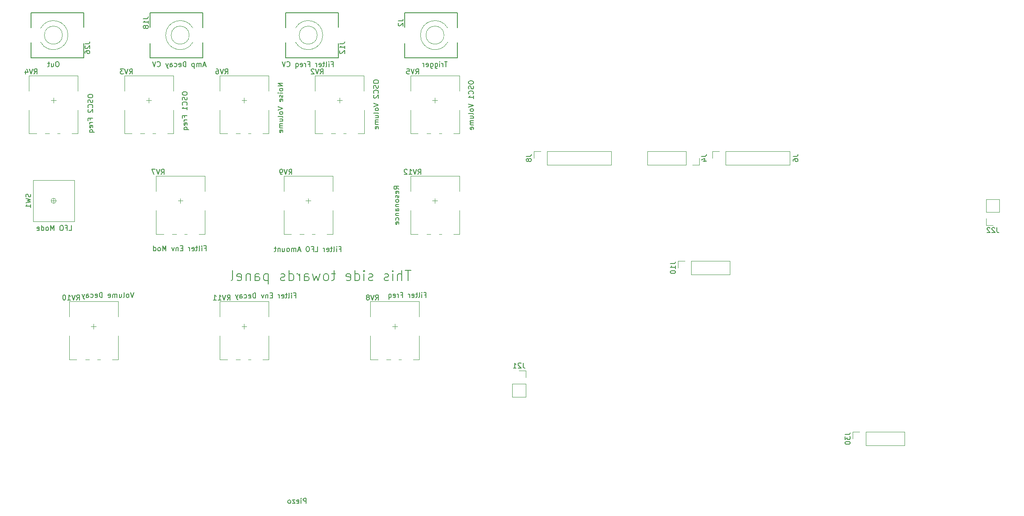
<source format=gbo>
%TF.GenerationSoftware,KiCad,Pcbnew,(6.0.0-0)*%
%TF.CreationDate,2022-06-18T16:24:50+01:00*%
%TF.ProjectId,magnum-drum-synth,6d61676e-756d-42d6-9472-756d2d73796e,r03*%
%TF.SameCoordinates,Original*%
%TF.FileFunction,Legend,Bot*%
%TF.FilePolarity,Positive*%
%FSLAX46Y46*%
G04 Gerber Fmt 4.6, Leading zero omitted, Abs format (unit mm)*
G04 Created by KiCad (PCBNEW (6.0.0-0)) date 2022-06-18 16:24:50*
%MOMM*%
%LPD*%
G01*
G04 APERTURE LIST*
%ADD10C,0.150000*%
%ADD11C,0.200000*%
%ADD12C,0.120000*%
G04 APERTURE END LIST*
D10*
X105751380Y-47196952D02*
X105751380Y-47387428D01*
X105799000Y-47482666D01*
X105894238Y-47577904D01*
X106084714Y-47625523D01*
X106418047Y-47625523D01*
X106608523Y-47577904D01*
X106703761Y-47482666D01*
X106751380Y-47387428D01*
X106751380Y-47196952D01*
X106703761Y-47101714D01*
X106608523Y-47006476D01*
X106418047Y-46958857D01*
X106084714Y-46958857D01*
X105894238Y-47006476D01*
X105799000Y-47101714D01*
X105751380Y-47196952D01*
X106703761Y-48006476D02*
X106751380Y-48149333D01*
X106751380Y-48387428D01*
X106703761Y-48482666D01*
X106656142Y-48530285D01*
X106560904Y-48577904D01*
X106465666Y-48577904D01*
X106370428Y-48530285D01*
X106322809Y-48482666D01*
X106275190Y-48387428D01*
X106227571Y-48196952D01*
X106179952Y-48101714D01*
X106132333Y-48054095D01*
X106037095Y-48006476D01*
X105941857Y-48006476D01*
X105846619Y-48054095D01*
X105799000Y-48101714D01*
X105751380Y-48196952D01*
X105751380Y-48435047D01*
X105799000Y-48577904D01*
X106656142Y-49577904D02*
X106703761Y-49530285D01*
X106751380Y-49387428D01*
X106751380Y-49292190D01*
X106703761Y-49149333D01*
X106608523Y-49054095D01*
X106513285Y-49006476D01*
X106322809Y-48958857D01*
X106179952Y-48958857D01*
X105989476Y-49006476D01*
X105894238Y-49054095D01*
X105799000Y-49149333D01*
X105751380Y-49292190D01*
X105751380Y-49387428D01*
X105799000Y-49530285D01*
X105846619Y-49577904D01*
X105846619Y-49958857D02*
X105799000Y-50006476D01*
X105751380Y-50101714D01*
X105751380Y-50339809D01*
X105799000Y-50435047D01*
X105846619Y-50482666D01*
X105941857Y-50530285D01*
X106037095Y-50530285D01*
X106179952Y-50482666D01*
X106751380Y-49911238D01*
X106751380Y-50530285D01*
X105751380Y-51577904D02*
X106751380Y-51911238D01*
X105751380Y-52244571D01*
X106751380Y-52720761D02*
X106703761Y-52625523D01*
X106656142Y-52577904D01*
X106560904Y-52530285D01*
X106275190Y-52530285D01*
X106179952Y-52577904D01*
X106132333Y-52625523D01*
X106084714Y-52720761D01*
X106084714Y-52863619D01*
X106132333Y-52958857D01*
X106179952Y-53006476D01*
X106275190Y-53054095D01*
X106560904Y-53054095D01*
X106656142Y-53006476D01*
X106703761Y-52958857D01*
X106751380Y-52863619D01*
X106751380Y-52720761D01*
X106751380Y-53625523D02*
X106703761Y-53530285D01*
X106608523Y-53482666D01*
X105751380Y-53482666D01*
X106084714Y-54435047D02*
X106751380Y-54435047D01*
X106084714Y-54006476D02*
X106608523Y-54006476D01*
X106703761Y-54054095D01*
X106751380Y-54149333D01*
X106751380Y-54292190D01*
X106703761Y-54387428D01*
X106656142Y-54435047D01*
X106751380Y-54911238D02*
X106084714Y-54911238D01*
X106179952Y-54911238D02*
X106132333Y-54958857D01*
X106084714Y-55054095D01*
X106084714Y-55196952D01*
X106132333Y-55292190D01*
X106227571Y-55339809D01*
X106751380Y-55339809D01*
X106227571Y-55339809D02*
X106132333Y-55387428D01*
X106084714Y-55482666D01*
X106084714Y-55625523D01*
X106132333Y-55720761D01*
X106227571Y-55768380D01*
X106751380Y-55768380D01*
X106703761Y-56625523D02*
X106751380Y-56530285D01*
X106751380Y-56339809D01*
X106703761Y-56244571D01*
X106608523Y-56196952D01*
X106227571Y-56196952D01*
X106132333Y-56244571D01*
X106084714Y-56339809D01*
X106084714Y-56530285D01*
X106132333Y-56625523D01*
X106227571Y-56673142D01*
X106322809Y-56673142D01*
X106418047Y-56196952D01*
X92336714Y-131262380D02*
X92336714Y-130262380D01*
X91955761Y-130262380D01*
X91860523Y-130310000D01*
X91812904Y-130357619D01*
X91765285Y-130452857D01*
X91765285Y-130595714D01*
X91812904Y-130690952D01*
X91860523Y-130738571D01*
X91955761Y-130786190D01*
X92336714Y-130786190D01*
X91336714Y-131262380D02*
X91336714Y-130595714D01*
X91336714Y-130262380D02*
X91384333Y-130310000D01*
X91336714Y-130357619D01*
X91289095Y-130310000D01*
X91336714Y-130262380D01*
X91336714Y-130357619D01*
X90479571Y-131214761D02*
X90574809Y-131262380D01*
X90765285Y-131262380D01*
X90860523Y-131214761D01*
X90908142Y-131119523D01*
X90908142Y-130738571D01*
X90860523Y-130643333D01*
X90765285Y-130595714D01*
X90574809Y-130595714D01*
X90479571Y-130643333D01*
X90431952Y-130738571D01*
X90431952Y-130833809D01*
X90908142Y-130929047D01*
X90098619Y-130595714D02*
X89574809Y-130595714D01*
X90098619Y-131262380D01*
X89574809Y-131262380D01*
X89051000Y-131262380D02*
X89146238Y-131214761D01*
X89193857Y-131167142D01*
X89241476Y-131071904D01*
X89241476Y-130786190D01*
X89193857Y-130690952D01*
X89146238Y-130643333D01*
X89051000Y-130595714D01*
X88908142Y-130595714D01*
X88812904Y-130643333D01*
X88765285Y-130690952D01*
X88717666Y-130786190D01*
X88717666Y-131071904D01*
X88765285Y-131167142D01*
X88812904Y-131214761D01*
X88908142Y-131262380D01*
X89051000Y-131262380D01*
X72087761Y-80446571D02*
X72421095Y-80446571D01*
X72421095Y-80970380D02*
X72421095Y-79970380D01*
X71944904Y-79970380D01*
X71563952Y-80970380D02*
X71563952Y-80303714D01*
X71563952Y-79970380D02*
X71611571Y-80018000D01*
X71563952Y-80065619D01*
X71516333Y-80018000D01*
X71563952Y-79970380D01*
X71563952Y-80065619D01*
X70944904Y-80970380D02*
X71040142Y-80922761D01*
X71087761Y-80827523D01*
X71087761Y-79970380D01*
X70706809Y-80303714D02*
X70325857Y-80303714D01*
X70563952Y-79970380D02*
X70563952Y-80827523D01*
X70516333Y-80922761D01*
X70421095Y-80970380D01*
X70325857Y-80970380D01*
X69611571Y-80922761D02*
X69706809Y-80970380D01*
X69897285Y-80970380D01*
X69992523Y-80922761D01*
X70040142Y-80827523D01*
X70040142Y-80446571D01*
X69992523Y-80351333D01*
X69897285Y-80303714D01*
X69706809Y-80303714D01*
X69611571Y-80351333D01*
X69563952Y-80446571D01*
X69563952Y-80541809D01*
X70040142Y-80637047D01*
X69135380Y-80970380D02*
X69135380Y-80303714D01*
X69135380Y-80494190D02*
X69087761Y-80398952D01*
X69040142Y-80351333D01*
X68944904Y-80303714D01*
X68849666Y-80303714D01*
X67754428Y-80446571D02*
X67421095Y-80446571D01*
X67278238Y-80970380D02*
X67754428Y-80970380D01*
X67754428Y-79970380D01*
X67278238Y-79970380D01*
X66849666Y-80303714D02*
X66849666Y-80970380D01*
X66849666Y-80398952D02*
X66802047Y-80351333D01*
X66706809Y-80303714D01*
X66563952Y-80303714D01*
X66468714Y-80351333D01*
X66421095Y-80446571D01*
X66421095Y-80970380D01*
X66040142Y-80303714D02*
X65802047Y-80970380D01*
X65563952Y-80303714D01*
X64421095Y-80970380D02*
X64421095Y-79970380D01*
X64087761Y-80684666D01*
X63754428Y-79970380D01*
X63754428Y-80970380D01*
X63135380Y-80970380D02*
X63230619Y-80922761D01*
X63278238Y-80875142D01*
X63325857Y-80779904D01*
X63325857Y-80494190D01*
X63278238Y-80398952D01*
X63230619Y-80351333D01*
X63135380Y-80303714D01*
X62992523Y-80303714D01*
X62897285Y-80351333D01*
X62849666Y-80398952D01*
X62802047Y-80494190D01*
X62802047Y-80779904D01*
X62849666Y-80875142D01*
X62897285Y-80922761D01*
X62992523Y-80970380D01*
X63135380Y-80970380D01*
X61944904Y-80970380D02*
X61944904Y-79970380D01*
X61944904Y-80922761D02*
X62040142Y-80970380D01*
X62230619Y-80970380D01*
X62325857Y-80922761D01*
X62373476Y-80875142D01*
X62421095Y-80779904D01*
X62421095Y-80494190D01*
X62373476Y-80398952D01*
X62325857Y-80351333D01*
X62230619Y-80303714D01*
X62040142Y-80303714D01*
X61944904Y-80351333D01*
X113202380Y-84883761D02*
X112059523Y-84883761D01*
X112630952Y-86883761D02*
X112630952Y-84883761D01*
X111392857Y-86883761D02*
X111392857Y-84883761D01*
X110535714Y-86883761D02*
X110535714Y-85836142D01*
X110630952Y-85645666D01*
X110821428Y-85550428D01*
X111107142Y-85550428D01*
X111297619Y-85645666D01*
X111392857Y-85740904D01*
X109583333Y-86883761D02*
X109583333Y-85550428D01*
X109583333Y-84883761D02*
X109678571Y-84979000D01*
X109583333Y-85074238D01*
X109488095Y-84979000D01*
X109583333Y-84883761D01*
X109583333Y-85074238D01*
X108726190Y-86788523D02*
X108535714Y-86883761D01*
X108154761Y-86883761D01*
X107964285Y-86788523D01*
X107869047Y-86598047D01*
X107869047Y-86502809D01*
X107964285Y-86312333D01*
X108154761Y-86217095D01*
X108440476Y-86217095D01*
X108630952Y-86121857D01*
X108726190Y-85931380D01*
X108726190Y-85836142D01*
X108630952Y-85645666D01*
X108440476Y-85550428D01*
X108154761Y-85550428D01*
X107964285Y-85645666D01*
X105583333Y-86788523D02*
X105392857Y-86883761D01*
X105011904Y-86883761D01*
X104821428Y-86788523D01*
X104726190Y-86598047D01*
X104726190Y-86502809D01*
X104821428Y-86312333D01*
X105011904Y-86217095D01*
X105297619Y-86217095D01*
X105488095Y-86121857D01*
X105583333Y-85931380D01*
X105583333Y-85836142D01*
X105488095Y-85645666D01*
X105297619Y-85550428D01*
X105011904Y-85550428D01*
X104821428Y-85645666D01*
X103869047Y-86883761D02*
X103869047Y-85550428D01*
X103869047Y-84883761D02*
X103964285Y-84979000D01*
X103869047Y-85074238D01*
X103773809Y-84979000D01*
X103869047Y-84883761D01*
X103869047Y-85074238D01*
X102059523Y-86883761D02*
X102059523Y-84883761D01*
X102059523Y-86788523D02*
X102250000Y-86883761D01*
X102630952Y-86883761D01*
X102821428Y-86788523D01*
X102916666Y-86693285D01*
X103011904Y-86502809D01*
X103011904Y-85931380D01*
X102916666Y-85740904D01*
X102821428Y-85645666D01*
X102630952Y-85550428D01*
X102250000Y-85550428D01*
X102059523Y-85645666D01*
X100345238Y-86788523D02*
X100535714Y-86883761D01*
X100916666Y-86883761D01*
X101107142Y-86788523D01*
X101202380Y-86598047D01*
X101202380Y-85836142D01*
X101107142Y-85645666D01*
X100916666Y-85550428D01*
X100535714Y-85550428D01*
X100345238Y-85645666D01*
X100250000Y-85836142D01*
X100250000Y-86026619D01*
X101202380Y-86217095D01*
X98154761Y-85550428D02*
X97392857Y-85550428D01*
X97869047Y-84883761D02*
X97869047Y-86598047D01*
X97773809Y-86788523D01*
X97583333Y-86883761D01*
X97392857Y-86883761D01*
X96440476Y-86883761D02*
X96630952Y-86788523D01*
X96726190Y-86693285D01*
X96821428Y-86502809D01*
X96821428Y-85931380D01*
X96726190Y-85740904D01*
X96630952Y-85645666D01*
X96440476Y-85550428D01*
X96154761Y-85550428D01*
X95964285Y-85645666D01*
X95869047Y-85740904D01*
X95773809Y-85931380D01*
X95773809Y-86502809D01*
X95869047Y-86693285D01*
X95964285Y-86788523D01*
X96154761Y-86883761D01*
X96440476Y-86883761D01*
X95107142Y-85550428D02*
X94726190Y-86883761D01*
X94345238Y-85931380D01*
X93964285Y-86883761D01*
X93583333Y-85550428D01*
X91964285Y-86883761D02*
X91964285Y-85836142D01*
X92059523Y-85645666D01*
X92250000Y-85550428D01*
X92630952Y-85550428D01*
X92821428Y-85645666D01*
X91964285Y-86788523D02*
X92154761Y-86883761D01*
X92630952Y-86883761D01*
X92821428Y-86788523D01*
X92916666Y-86598047D01*
X92916666Y-86407571D01*
X92821428Y-86217095D01*
X92630952Y-86121857D01*
X92154761Y-86121857D01*
X91964285Y-86026619D01*
X91011904Y-86883761D02*
X91011904Y-85550428D01*
X91011904Y-85931380D02*
X90916666Y-85740904D01*
X90821428Y-85645666D01*
X90630952Y-85550428D01*
X90440476Y-85550428D01*
X88916666Y-86883761D02*
X88916666Y-84883761D01*
X88916666Y-86788523D02*
X89107142Y-86883761D01*
X89488095Y-86883761D01*
X89678571Y-86788523D01*
X89773809Y-86693285D01*
X89869047Y-86502809D01*
X89869047Y-85931380D01*
X89773809Y-85740904D01*
X89678571Y-85645666D01*
X89488095Y-85550428D01*
X89107142Y-85550428D01*
X88916666Y-85645666D01*
X88059523Y-86788523D02*
X87869047Y-86883761D01*
X87488095Y-86883761D01*
X87297619Y-86788523D01*
X87202380Y-86598047D01*
X87202380Y-86502809D01*
X87297619Y-86312333D01*
X87488095Y-86217095D01*
X87773809Y-86217095D01*
X87964285Y-86121857D01*
X88059523Y-85931380D01*
X88059523Y-85836142D01*
X87964285Y-85645666D01*
X87773809Y-85550428D01*
X87488095Y-85550428D01*
X87297619Y-85645666D01*
X84821428Y-85550428D02*
X84821428Y-87550428D01*
X84821428Y-85645666D02*
X84630952Y-85550428D01*
X84250000Y-85550428D01*
X84059523Y-85645666D01*
X83964285Y-85740904D01*
X83869047Y-85931380D01*
X83869047Y-86502809D01*
X83964285Y-86693285D01*
X84059523Y-86788523D01*
X84250000Y-86883761D01*
X84630952Y-86883761D01*
X84821428Y-86788523D01*
X82154761Y-86883761D02*
X82154761Y-85836142D01*
X82250000Y-85645666D01*
X82440476Y-85550428D01*
X82821428Y-85550428D01*
X83011904Y-85645666D01*
X82154761Y-86788523D02*
X82345238Y-86883761D01*
X82821428Y-86883761D01*
X83011904Y-86788523D01*
X83107142Y-86598047D01*
X83107142Y-86407571D01*
X83011904Y-86217095D01*
X82821428Y-86121857D01*
X82345238Y-86121857D01*
X82154761Y-86026619D01*
X81202380Y-85550428D02*
X81202380Y-86883761D01*
X81202380Y-85740904D02*
X81107142Y-85645666D01*
X80916666Y-85550428D01*
X80630952Y-85550428D01*
X80440476Y-85645666D01*
X80345238Y-85836142D01*
X80345238Y-86883761D01*
X78630952Y-86788523D02*
X78821428Y-86883761D01*
X79202380Y-86883761D01*
X79392857Y-86788523D01*
X79488095Y-86598047D01*
X79488095Y-85836142D01*
X79392857Y-85645666D01*
X79202380Y-85550428D01*
X78821428Y-85550428D01*
X78630952Y-85645666D01*
X78535714Y-85836142D01*
X78535714Y-86026619D01*
X79488095Y-86217095D01*
X77392857Y-86883761D02*
X77583333Y-86788523D01*
X77678571Y-86598047D01*
X77678571Y-84883761D01*
X72294095Y-43981666D02*
X71817904Y-43981666D01*
X72389333Y-44267380D02*
X72056000Y-43267380D01*
X71722666Y-44267380D01*
X71389333Y-44267380D02*
X71389333Y-43600714D01*
X71389333Y-43695952D02*
X71341714Y-43648333D01*
X71246476Y-43600714D01*
X71103619Y-43600714D01*
X71008380Y-43648333D01*
X70960761Y-43743571D01*
X70960761Y-44267380D01*
X70960761Y-43743571D02*
X70913142Y-43648333D01*
X70817904Y-43600714D01*
X70675047Y-43600714D01*
X70579809Y-43648333D01*
X70532190Y-43743571D01*
X70532190Y-44267380D01*
X70056000Y-43600714D02*
X70056000Y-44600714D01*
X70056000Y-43648333D02*
X69960761Y-43600714D01*
X69770285Y-43600714D01*
X69675047Y-43648333D01*
X69627428Y-43695952D01*
X69579809Y-43791190D01*
X69579809Y-44076904D01*
X69627428Y-44172142D01*
X69675047Y-44219761D01*
X69770285Y-44267380D01*
X69960761Y-44267380D01*
X70056000Y-44219761D01*
X68389333Y-44267380D02*
X68389333Y-43267380D01*
X68151238Y-43267380D01*
X68008380Y-43315000D01*
X67913142Y-43410238D01*
X67865523Y-43505476D01*
X67817904Y-43695952D01*
X67817904Y-43838809D01*
X67865523Y-44029285D01*
X67913142Y-44124523D01*
X68008380Y-44219761D01*
X68151238Y-44267380D01*
X68389333Y-44267380D01*
X67008380Y-44219761D02*
X67103619Y-44267380D01*
X67294095Y-44267380D01*
X67389333Y-44219761D01*
X67436952Y-44124523D01*
X67436952Y-43743571D01*
X67389333Y-43648333D01*
X67294095Y-43600714D01*
X67103619Y-43600714D01*
X67008380Y-43648333D01*
X66960761Y-43743571D01*
X66960761Y-43838809D01*
X67436952Y-43934047D01*
X66103619Y-44219761D02*
X66198857Y-44267380D01*
X66389333Y-44267380D01*
X66484571Y-44219761D01*
X66532190Y-44172142D01*
X66579809Y-44076904D01*
X66579809Y-43791190D01*
X66532190Y-43695952D01*
X66484571Y-43648333D01*
X66389333Y-43600714D01*
X66198857Y-43600714D01*
X66103619Y-43648333D01*
X65246476Y-44267380D02*
X65246476Y-43743571D01*
X65294095Y-43648333D01*
X65389333Y-43600714D01*
X65579809Y-43600714D01*
X65675047Y-43648333D01*
X65246476Y-44219761D02*
X65341714Y-44267380D01*
X65579809Y-44267380D01*
X65675047Y-44219761D01*
X65722666Y-44124523D01*
X65722666Y-44029285D01*
X65675047Y-43934047D01*
X65579809Y-43886428D01*
X65341714Y-43886428D01*
X65246476Y-43838809D01*
X64865523Y-43600714D02*
X64627428Y-44267380D01*
X64389333Y-43600714D02*
X64627428Y-44267380D01*
X64722666Y-44505476D01*
X64770285Y-44553095D01*
X64865523Y-44600714D01*
X62675047Y-44172142D02*
X62722666Y-44219761D01*
X62865523Y-44267380D01*
X62960761Y-44267380D01*
X63103619Y-44219761D01*
X63198857Y-44124523D01*
X63246476Y-44029285D01*
X63294095Y-43838809D01*
X63294095Y-43695952D01*
X63246476Y-43505476D01*
X63198857Y-43410238D01*
X63103619Y-43315000D01*
X62960761Y-43267380D01*
X62865523Y-43267380D01*
X62722666Y-43315000D01*
X62675047Y-43362619D01*
X62389333Y-43267380D02*
X62055999Y-44267380D01*
X61722666Y-43267380D01*
X42870333Y-43267380D02*
X42679857Y-43267380D01*
X42584619Y-43315000D01*
X42489380Y-43410238D01*
X42441761Y-43600714D01*
X42441761Y-43934047D01*
X42489380Y-44124523D01*
X42584619Y-44219761D01*
X42679857Y-44267380D01*
X42870333Y-44267380D01*
X42965571Y-44219761D01*
X43060809Y-44124523D01*
X43108428Y-43934047D01*
X43108428Y-43600714D01*
X43060809Y-43410238D01*
X42965571Y-43315000D01*
X42870333Y-43267380D01*
X41584619Y-43600714D02*
X41584619Y-44267380D01*
X42013190Y-43600714D02*
X42013190Y-44124523D01*
X41965571Y-44219761D01*
X41870333Y-44267380D01*
X41727476Y-44267380D01*
X41632238Y-44219761D01*
X41584619Y-44172142D01*
X41251285Y-43600714D02*
X40870333Y-43600714D01*
X41108428Y-43267380D02*
X41108428Y-44124523D01*
X41060809Y-44219761D01*
X40965571Y-44267380D01*
X40870333Y-44267380D01*
X110815380Y-68691523D02*
X110339190Y-68358190D01*
X110815380Y-68120095D02*
X109815380Y-68120095D01*
X109815380Y-68501047D01*
X109863000Y-68596285D01*
X109910619Y-68643904D01*
X110005857Y-68691523D01*
X110148714Y-68691523D01*
X110243952Y-68643904D01*
X110291571Y-68596285D01*
X110339190Y-68501047D01*
X110339190Y-68120095D01*
X110767761Y-69501047D02*
X110815380Y-69405809D01*
X110815380Y-69215333D01*
X110767761Y-69120095D01*
X110672523Y-69072476D01*
X110291571Y-69072476D01*
X110196333Y-69120095D01*
X110148714Y-69215333D01*
X110148714Y-69405809D01*
X110196333Y-69501047D01*
X110291571Y-69548666D01*
X110386809Y-69548666D01*
X110482047Y-69072476D01*
X110767761Y-69929619D02*
X110815380Y-70024857D01*
X110815380Y-70215333D01*
X110767761Y-70310571D01*
X110672523Y-70358190D01*
X110624904Y-70358190D01*
X110529666Y-70310571D01*
X110482047Y-70215333D01*
X110482047Y-70072476D01*
X110434428Y-69977238D01*
X110339190Y-69929619D01*
X110291571Y-69929619D01*
X110196333Y-69977238D01*
X110148714Y-70072476D01*
X110148714Y-70215333D01*
X110196333Y-70310571D01*
X110815380Y-70929619D02*
X110767761Y-70834380D01*
X110720142Y-70786761D01*
X110624904Y-70739142D01*
X110339190Y-70739142D01*
X110243952Y-70786761D01*
X110196333Y-70834380D01*
X110148714Y-70929619D01*
X110148714Y-71072476D01*
X110196333Y-71167714D01*
X110243952Y-71215333D01*
X110339190Y-71262952D01*
X110624904Y-71262952D01*
X110720142Y-71215333D01*
X110767761Y-71167714D01*
X110815380Y-71072476D01*
X110815380Y-70929619D01*
X110148714Y-71691523D02*
X110815380Y-71691523D01*
X110243952Y-71691523D02*
X110196333Y-71739142D01*
X110148714Y-71834380D01*
X110148714Y-71977238D01*
X110196333Y-72072476D01*
X110291571Y-72120095D01*
X110815380Y-72120095D01*
X110815380Y-73024857D02*
X110291571Y-73024857D01*
X110196333Y-72977238D01*
X110148714Y-72882000D01*
X110148714Y-72691523D01*
X110196333Y-72596285D01*
X110767761Y-73024857D02*
X110815380Y-72929619D01*
X110815380Y-72691523D01*
X110767761Y-72596285D01*
X110672523Y-72548666D01*
X110577285Y-72548666D01*
X110482047Y-72596285D01*
X110434428Y-72691523D01*
X110434428Y-72929619D01*
X110386809Y-73024857D01*
X110148714Y-73501047D02*
X110815380Y-73501047D01*
X110243952Y-73501047D02*
X110196333Y-73548666D01*
X110148714Y-73643904D01*
X110148714Y-73786761D01*
X110196333Y-73882000D01*
X110291571Y-73929619D01*
X110815380Y-73929619D01*
X110767761Y-74834380D02*
X110815380Y-74739142D01*
X110815380Y-74548666D01*
X110767761Y-74453428D01*
X110720142Y-74405809D01*
X110624904Y-74358190D01*
X110339190Y-74358190D01*
X110243952Y-74405809D01*
X110196333Y-74453428D01*
X110148714Y-74548666D01*
X110148714Y-74739142D01*
X110196333Y-74834380D01*
X110767761Y-75643904D02*
X110815380Y-75548666D01*
X110815380Y-75358190D01*
X110767761Y-75262952D01*
X110672523Y-75215333D01*
X110291571Y-75215333D01*
X110196333Y-75262952D01*
X110148714Y-75358190D01*
X110148714Y-75548666D01*
X110196333Y-75643904D01*
X110291571Y-75691523D01*
X110386809Y-75691523D01*
X110482047Y-75215333D01*
X120459190Y-43267380D02*
X119887761Y-43267380D01*
X120173476Y-44267380D02*
X120173476Y-43267380D01*
X119554428Y-44267380D02*
X119554428Y-43600714D01*
X119554428Y-43791190D02*
X119506809Y-43695952D01*
X119459190Y-43648333D01*
X119363952Y-43600714D01*
X119268714Y-43600714D01*
X118935380Y-44267380D02*
X118935380Y-43600714D01*
X118935380Y-43267380D02*
X118983000Y-43315000D01*
X118935380Y-43362619D01*
X118887761Y-43315000D01*
X118935380Y-43267380D01*
X118935380Y-43362619D01*
X118030619Y-43600714D02*
X118030619Y-44410238D01*
X118078238Y-44505476D01*
X118125857Y-44553095D01*
X118221095Y-44600714D01*
X118363952Y-44600714D01*
X118459190Y-44553095D01*
X118030619Y-44219761D02*
X118125857Y-44267380D01*
X118316333Y-44267380D01*
X118411571Y-44219761D01*
X118459190Y-44172142D01*
X118506809Y-44076904D01*
X118506809Y-43791190D01*
X118459190Y-43695952D01*
X118411571Y-43648333D01*
X118316333Y-43600714D01*
X118125857Y-43600714D01*
X118030619Y-43648333D01*
X117125857Y-43600714D02*
X117125857Y-44410238D01*
X117173476Y-44505476D01*
X117221095Y-44553095D01*
X117316333Y-44600714D01*
X117459190Y-44600714D01*
X117554428Y-44553095D01*
X117125857Y-44219761D02*
X117221095Y-44267380D01*
X117411571Y-44267380D01*
X117506809Y-44219761D01*
X117554428Y-44172142D01*
X117602047Y-44076904D01*
X117602047Y-43791190D01*
X117554428Y-43695952D01*
X117506809Y-43648333D01*
X117411571Y-43600714D01*
X117221095Y-43600714D01*
X117125857Y-43648333D01*
X116268714Y-44219761D02*
X116363952Y-44267380D01*
X116554428Y-44267380D01*
X116649666Y-44219761D01*
X116697285Y-44124523D01*
X116697285Y-43743571D01*
X116649666Y-43648333D01*
X116554428Y-43600714D01*
X116363952Y-43600714D01*
X116268714Y-43648333D01*
X116221095Y-43743571D01*
X116221095Y-43838809D01*
X116697285Y-43934047D01*
X115792523Y-44267380D02*
X115792523Y-43600714D01*
X115792523Y-43791190D02*
X115744904Y-43695952D01*
X115697285Y-43648333D01*
X115602047Y-43600714D01*
X115506809Y-43600714D01*
X97400476Y-43743571D02*
X97733809Y-43743571D01*
X97733809Y-44267380D02*
X97733809Y-43267380D01*
X97257619Y-43267380D01*
X96876666Y-44267380D02*
X96876666Y-43600714D01*
X96876666Y-43267380D02*
X96924285Y-43315000D01*
X96876666Y-43362619D01*
X96829047Y-43315000D01*
X96876666Y-43267380D01*
X96876666Y-43362619D01*
X96257619Y-44267380D02*
X96352857Y-44219761D01*
X96400476Y-44124523D01*
X96400476Y-43267380D01*
X96019523Y-43600714D02*
X95638571Y-43600714D01*
X95876666Y-43267380D02*
X95876666Y-44124523D01*
X95829047Y-44219761D01*
X95733809Y-44267380D01*
X95638571Y-44267380D01*
X94924285Y-44219761D02*
X95019523Y-44267380D01*
X95210000Y-44267380D01*
X95305238Y-44219761D01*
X95352857Y-44124523D01*
X95352857Y-43743571D01*
X95305238Y-43648333D01*
X95210000Y-43600714D01*
X95019523Y-43600714D01*
X94924285Y-43648333D01*
X94876666Y-43743571D01*
X94876666Y-43838809D01*
X95352857Y-43934047D01*
X94448095Y-44267380D02*
X94448095Y-43600714D01*
X94448095Y-43791190D02*
X94400476Y-43695952D01*
X94352857Y-43648333D01*
X94257619Y-43600714D01*
X94162380Y-43600714D01*
X92733809Y-43743571D02*
X93067142Y-43743571D01*
X93067142Y-44267380D02*
X93067142Y-43267380D01*
X92590952Y-43267380D01*
X92210000Y-44267380D02*
X92210000Y-43600714D01*
X92210000Y-43791190D02*
X92162380Y-43695952D01*
X92114761Y-43648333D01*
X92019523Y-43600714D01*
X91924285Y-43600714D01*
X91210000Y-44219761D02*
X91305238Y-44267380D01*
X91495714Y-44267380D01*
X91590952Y-44219761D01*
X91638571Y-44124523D01*
X91638571Y-43743571D01*
X91590952Y-43648333D01*
X91495714Y-43600714D01*
X91305238Y-43600714D01*
X91210000Y-43648333D01*
X91162380Y-43743571D01*
X91162380Y-43838809D01*
X91638571Y-43934047D01*
X90305238Y-43600714D02*
X90305238Y-44600714D01*
X90305238Y-44219761D02*
X90400476Y-44267380D01*
X90590952Y-44267380D01*
X90686190Y-44219761D01*
X90733809Y-44172142D01*
X90781428Y-44076904D01*
X90781428Y-43791190D01*
X90733809Y-43695952D01*
X90686190Y-43648333D01*
X90590952Y-43600714D01*
X90400476Y-43600714D01*
X90305238Y-43648333D01*
X88495714Y-44172142D02*
X88543333Y-44219761D01*
X88686190Y-44267380D01*
X88781428Y-44267380D01*
X88924285Y-44219761D01*
X89019523Y-44124523D01*
X89067142Y-44029285D01*
X89114761Y-43838809D01*
X89114761Y-43695952D01*
X89067142Y-43505476D01*
X89019523Y-43410238D01*
X88924285Y-43315000D01*
X88781428Y-43267380D01*
X88686190Y-43267380D01*
X88543333Y-43315000D01*
X88495714Y-43362619D01*
X88210000Y-43267380D02*
X87876666Y-44267380D01*
X87543333Y-43267380D01*
X115902952Y-89717571D02*
X116236285Y-89717571D01*
X116236285Y-90241380D02*
X116236285Y-89241380D01*
X115760095Y-89241380D01*
X115379142Y-90241380D02*
X115379142Y-89574714D01*
X115379142Y-89241380D02*
X115426761Y-89289000D01*
X115379142Y-89336619D01*
X115331523Y-89289000D01*
X115379142Y-89241380D01*
X115379142Y-89336619D01*
X114760095Y-90241380D02*
X114855333Y-90193761D01*
X114902952Y-90098523D01*
X114902952Y-89241380D01*
X114522000Y-89574714D02*
X114141047Y-89574714D01*
X114379142Y-89241380D02*
X114379142Y-90098523D01*
X114331523Y-90193761D01*
X114236285Y-90241380D01*
X114141047Y-90241380D01*
X113426761Y-90193761D02*
X113522000Y-90241380D01*
X113712476Y-90241380D01*
X113807714Y-90193761D01*
X113855333Y-90098523D01*
X113855333Y-89717571D01*
X113807714Y-89622333D01*
X113712476Y-89574714D01*
X113522000Y-89574714D01*
X113426761Y-89622333D01*
X113379142Y-89717571D01*
X113379142Y-89812809D01*
X113855333Y-89908047D01*
X112950571Y-90241380D02*
X112950571Y-89574714D01*
X112950571Y-89765190D02*
X112902952Y-89669952D01*
X112855333Y-89622333D01*
X112760095Y-89574714D01*
X112664857Y-89574714D01*
X111236285Y-89717571D02*
X111569619Y-89717571D01*
X111569619Y-90241380D02*
X111569619Y-89241380D01*
X111093428Y-89241380D01*
X110712476Y-90241380D02*
X110712476Y-89574714D01*
X110712476Y-89765190D02*
X110664857Y-89669952D01*
X110617238Y-89622333D01*
X110522000Y-89574714D01*
X110426761Y-89574714D01*
X109712476Y-90193761D02*
X109807714Y-90241380D01*
X109998190Y-90241380D01*
X110093428Y-90193761D01*
X110141047Y-90098523D01*
X110141047Y-89717571D01*
X110093428Y-89622333D01*
X109998190Y-89574714D01*
X109807714Y-89574714D01*
X109712476Y-89622333D01*
X109664857Y-89717571D01*
X109664857Y-89812809D01*
X110141047Y-89908047D01*
X108807714Y-89574714D02*
X108807714Y-90574714D01*
X108807714Y-90193761D02*
X108902952Y-90241380D01*
X109093428Y-90241380D01*
X109188666Y-90193761D01*
X109236285Y-90146142D01*
X109283904Y-90050904D01*
X109283904Y-89765190D01*
X109236285Y-89669952D01*
X109188666Y-89622333D01*
X109093428Y-89574714D01*
X108902952Y-89574714D01*
X108807714Y-89622333D01*
X67651380Y-49538380D02*
X67651380Y-49728857D01*
X67699000Y-49824095D01*
X67794238Y-49919333D01*
X67984714Y-49966952D01*
X68318047Y-49966952D01*
X68508523Y-49919333D01*
X68603761Y-49824095D01*
X68651380Y-49728857D01*
X68651380Y-49538380D01*
X68603761Y-49443142D01*
X68508523Y-49347904D01*
X68318047Y-49300285D01*
X67984714Y-49300285D01*
X67794238Y-49347904D01*
X67699000Y-49443142D01*
X67651380Y-49538380D01*
X68603761Y-50347904D02*
X68651380Y-50490761D01*
X68651380Y-50728857D01*
X68603761Y-50824095D01*
X68556142Y-50871714D01*
X68460904Y-50919333D01*
X68365666Y-50919333D01*
X68270428Y-50871714D01*
X68222809Y-50824095D01*
X68175190Y-50728857D01*
X68127571Y-50538380D01*
X68079952Y-50443142D01*
X68032333Y-50395523D01*
X67937095Y-50347904D01*
X67841857Y-50347904D01*
X67746619Y-50395523D01*
X67699000Y-50443142D01*
X67651380Y-50538380D01*
X67651380Y-50776476D01*
X67699000Y-50919333D01*
X68556142Y-51919333D02*
X68603761Y-51871714D01*
X68651380Y-51728857D01*
X68651380Y-51633619D01*
X68603761Y-51490761D01*
X68508523Y-51395523D01*
X68413285Y-51347904D01*
X68222809Y-51300285D01*
X68079952Y-51300285D01*
X67889476Y-51347904D01*
X67794238Y-51395523D01*
X67699000Y-51490761D01*
X67651380Y-51633619D01*
X67651380Y-51728857D01*
X67699000Y-51871714D01*
X67746619Y-51919333D01*
X68651380Y-52871714D02*
X68651380Y-52300285D01*
X68651380Y-52586000D02*
X67651380Y-52586000D01*
X67794238Y-52490761D01*
X67889476Y-52395523D01*
X67937095Y-52300285D01*
X68127571Y-54395523D02*
X68127571Y-54062190D01*
X68651380Y-54062190D02*
X67651380Y-54062190D01*
X67651380Y-54538380D01*
X68651380Y-54919333D02*
X67984714Y-54919333D01*
X68175190Y-54919333D02*
X68079952Y-54966952D01*
X68032333Y-55014571D01*
X67984714Y-55109809D01*
X67984714Y-55205047D01*
X68603761Y-55919333D02*
X68651380Y-55824095D01*
X68651380Y-55633619D01*
X68603761Y-55538380D01*
X68508523Y-55490761D01*
X68127571Y-55490761D01*
X68032333Y-55538380D01*
X67984714Y-55633619D01*
X67984714Y-55824095D01*
X68032333Y-55919333D01*
X68127571Y-55966952D01*
X68222809Y-55966952D01*
X68318047Y-55490761D01*
X67984714Y-56824095D02*
X68984714Y-56824095D01*
X68603761Y-56824095D02*
X68651380Y-56728857D01*
X68651380Y-56538380D01*
X68603761Y-56443142D01*
X68556142Y-56395523D01*
X68460904Y-56347904D01*
X68175190Y-56347904D01*
X68079952Y-56395523D01*
X68032333Y-56443142D01*
X67984714Y-56538380D01*
X67984714Y-56728857D01*
X68032333Y-56824095D01*
X124674380Y-47323952D02*
X124674380Y-47514428D01*
X124722000Y-47609666D01*
X124817238Y-47704904D01*
X125007714Y-47752523D01*
X125341047Y-47752523D01*
X125531523Y-47704904D01*
X125626761Y-47609666D01*
X125674380Y-47514428D01*
X125674380Y-47323952D01*
X125626761Y-47228714D01*
X125531523Y-47133476D01*
X125341047Y-47085857D01*
X125007714Y-47085857D01*
X124817238Y-47133476D01*
X124722000Y-47228714D01*
X124674380Y-47323952D01*
X125626761Y-48133476D02*
X125674380Y-48276333D01*
X125674380Y-48514428D01*
X125626761Y-48609666D01*
X125579142Y-48657285D01*
X125483904Y-48704904D01*
X125388666Y-48704904D01*
X125293428Y-48657285D01*
X125245809Y-48609666D01*
X125198190Y-48514428D01*
X125150571Y-48323952D01*
X125102952Y-48228714D01*
X125055333Y-48181095D01*
X124960095Y-48133476D01*
X124864857Y-48133476D01*
X124769619Y-48181095D01*
X124722000Y-48228714D01*
X124674380Y-48323952D01*
X124674380Y-48562047D01*
X124722000Y-48704904D01*
X125579142Y-49704904D02*
X125626761Y-49657285D01*
X125674380Y-49514428D01*
X125674380Y-49419190D01*
X125626761Y-49276333D01*
X125531523Y-49181095D01*
X125436285Y-49133476D01*
X125245809Y-49085857D01*
X125102952Y-49085857D01*
X124912476Y-49133476D01*
X124817238Y-49181095D01*
X124722000Y-49276333D01*
X124674380Y-49419190D01*
X124674380Y-49514428D01*
X124722000Y-49657285D01*
X124769619Y-49704904D01*
X125674380Y-50657285D02*
X125674380Y-50085857D01*
X125674380Y-50371571D02*
X124674380Y-50371571D01*
X124817238Y-50276333D01*
X124912476Y-50181095D01*
X124960095Y-50085857D01*
X124674380Y-51704904D02*
X125674380Y-52038238D01*
X124674380Y-52371571D01*
X125674380Y-52847761D02*
X125626761Y-52752523D01*
X125579142Y-52704904D01*
X125483904Y-52657285D01*
X125198190Y-52657285D01*
X125102952Y-52704904D01*
X125055333Y-52752523D01*
X125007714Y-52847761D01*
X125007714Y-52990619D01*
X125055333Y-53085857D01*
X125102952Y-53133476D01*
X125198190Y-53181095D01*
X125483904Y-53181095D01*
X125579142Y-53133476D01*
X125626761Y-53085857D01*
X125674380Y-52990619D01*
X125674380Y-52847761D01*
X125674380Y-53752523D02*
X125626761Y-53657285D01*
X125531523Y-53609666D01*
X124674380Y-53609666D01*
X125007714Y-54562047D02*
X125674380Y-54562047D01*
X125007714Y-54133476D02*
X125531523Y-54133476D01*
X125626761Y-54181095D01*
X125674380Y-54276333D01*
X125674380Y-54419190D01*
X125626761Y-54514428D01*
X125579142Y-54562047D01*
X125674380Y-55038238D02*
X125007714Y-55038238D01*
X125102952Y-55038238D02*
X125055333Y-55085857D01*
X125007714Y-55181095D01*
X125007714Y-55323952D01*
X125055333Y-55419190D01*
X125150571Y-55466809D01*
X125674380Y-55466809D01*
X125150571Y-55466809D02*
X125055333Y-55514428D01*
X125007714Y-55609666D01*
X125007714Y-55752523D01*
X125055333Y-55847761D01*
X125150571Y-55895380D01*
X125674380Y-55895380D01*
X125626761Y-56752523D02*
X125674380Y-56657285D01*
X125674380Y-56466809D01*
X125626761Y-56371571D01*
X125531523Y-56323952D01*
X125150571Y-56323952D01*
X125055333Y-56371571D01*
X125007714Y-56466809D01*
X125007714Y-56657285D01*
X125055333Y-56752523D01*
X125150571Y-56800142D01*
X125245809Y-56800142D01*
X125341047Y-56323952D01*
X89947047Y-89844571D02*
X90280380Y-89844571D01*
X90280380Y-90368380D02*
X90280380Y-89368380D01*
X89804190Y-89368380D01*
X89423238Y-90368380D02*
X89423238Y-89701714D01*
X89423238Y-89368380D02*
X89470857Y-89416000D01*
X89423238Y-89463619D01*
X89375619Y-89416000D01*
X89423238Y-89368380D01*
X89423238Y-89463619D01*
X88804190Y-90368380D02*
X88899428Y-90320761D01*
X88947047Y-90225523D01*
X88947047Y-89368380D01*
X88566095Y-89701714D02*
X88185142Y-89701714D01*
X88423238Y-89368380D02*
X88423238Y-90225523D01*
X88375619Y-90320761D01*
X88280380Y-90368380D01*
X88185142Y-90368380D01*
X87470857Y-90320761D02*
X87566095Y-90368380D01*
X87756571Y-90368380D01*
X87851809Y-90320761D01*
X87899428Y-90225523D01*
X87899428Y-89844571D01*
X87851809Y-89749333D01*
X87756571Y-89701714D01*
X87566095Y-89701714D01*
X87470857Y-89749333D01*
X87423238Y-89844571D01*
X87423238Y-89939809D01*
X87899428Y-90035047D01*
X86994666Y-90368380D02*
X86994666Y-89701714D01*
X86994666Y-89892190D02*
X86947047Y-89796952D01*
X86899428Y-89749333D01*
X86804190Y-89701714D01*
X86708952Y-89701714D01*
X85613714Y-89844571D02*
X85280380Y-89844571D01*
X85137523Y-90368380D02*
X85613714Y-90368380D01*
X85613714Y-89368380D01*
X85137523Y-89368380D01*
X84708952Y-89701714D02*
X84708952Y-90368380D01*
X84708952Y-89796952D02*
X84661333Y-89749333D01*
X84566095Y-89701714D01*
X84423238Y-89701714D01*
X84328000Y-89749333D01*
X84280380Y-89844571D01*
X84280380Y-90368380D01*
X83899428Y-89701714D02*
X83661333Y-90368380D01*
X83423238Y-89701714D01*
X82280380Y-90368380D02*
X82280380Y-89368380D01*
X82042285Y-89368380D01*
X81899428Y-89416000D01*
X81804190Y-89511238D01*
X81756571Y-89606476D01*
X81708952Y-89796952D01*
X81708952Y-89939809D01*
X81756571Y-90130285D01*
X81804190Y-90225523D01*
X81899428Y-90320761D01*
X82042285Y-90368380D01*
X82280380Y-90368380D01*
X80899428Y-90320761D02*
X80994666Y-90368380D01*
X81185142Y-90368380D01*
X81280380Y-90320761D01*
X81328000Y-90225523D01*
X81328000Y-89844571D01*
X81280380Y-89749333D01*
X81185142Y-89701714D01*
X80994666Y-89701714D01*
X80899428Y-89749333D01*
X80851809Y-89844571D01*
X80851809Y-89939809D01*
X81328000Y-90035047D01*
X79994666Y-90320761D02*
X80089904Y-90368380D01*
X80280380Y-90368380D01*
X80375619Y-90320761D01*
X80423238Y-90273142D01*
X80470857Y-90177904D01*
X80470857Y-89892190D01*
X80423238Y-89796952D01*
X80375619Y-89749333D01*
X80280380Y-89701714D01*
X80089904Y-89701714D01*
X79994666Y-89749333D01*
X79137523Y-90368380D02*
X79137523Y-89844571D01*
X79185142Y-89749333D01*
X79280380Y-89701714D01*
X79470857Y-89701714D01*
X79566095Y-89749333D01*
X79137523Y-90320761D02*
X79232761Y-90368380D01*
X79470857Y-90368380D01*
X79566095Y-90320761D01*
X79613714Y-90225523D01*
X79613714Y-90130285D01*
X79566095Y-90035047D01*
X79470857Y-89987428D01*
X79232761Y-89987428D01*
X79137523Y-89939809D01*
X78756571Y-89701714D02*
X78518476Y-90368380D01*
X78280380Y-89701714D02*
X78518476Y-90368380D01*
X78613714Y-90606476D01*
X78661333Y-90654095D01*
X78756571Y-90701714D01*
X48855380Y-50046380D02*
X48855380Y-50236857D01*
X48903000Y-50332095D01*
X48998238Y-50427333D01*
X49188714Y-50474952D01*
X49522047Y-50474952D01*
X49712523Y-50427333D01*
X49807761Y-50332095D01*
X49855380Y-50236857D01*
X49855380Y-50046380D01*
X49807761Y-49951142D01*
X49712523Y-49855904D01*
X49522047Y-49808285D01*
X49188714Y-49808285D01*
X48998238Y-49855904D01*
X48903000Y-49951142D01*
X48855380Y-50046380D01*
X49807761Y-50855904D02*
X49855380Y-50998761D01*
X49855380Y-51236857D01*
X49807761Y-51332095D01*
X49760142Y-51379714D01*
X49664904Y-51427333D01*
X49569666Y-51427333D01*
X49474428Y-51379714D01*
X49426809Y-51332095D01*
X49379190Y-51236857D01*
X49331571Y-51046380D01*
X49283952Y-50951142D01*
X49236333Y-50903523D01*
X49141095Y-50855904D01*
X49045857Y-50855904D01*
X48950619Y-50903523D01*
X48903000Y-50951142D01*
X48855380Y-51046380D01*
X48855380Y-51284476D01*
X48903000Y-51427333D01*
X49760142Y-52427333D02*
X49807761Y-52379714D01*
X49855380Y-52236857D01*
X49855380Y-52141619D01*
X49807761Y-51998761D01*
X49712523Y-51903523D01*
X49617285Y-51855904D01*
X49426809Y-51808285D01*
X49283952Y-51808285D01*
X49093476Y-51855904D01*
X48998238Y-51903523D01*
X48903000Y-51998761D01*
X48855380Y-52141619D01*
X48855380Y-52236857D01*
X48903000Y-52379714D01*
X48950619Y-52427333D01*
X48950619Y-52808285D02*
X48903000Y-52855904D01*
X48855380Y-52951142D01*
X48855380Y-53189238D01*
X48903000Y-53284476D01*
X48950619Y-53332095D01*
X49045857Y-53379714D01*
X49141095Y-53379714D01*
X49283952Y-53332095D01*
X49855380Y-52760666D01*
X49855380Y-53379714D01*
X49331571Y-54903523D02*
X49331571Y-54570190D01*
X49855380Y-54570190D02*
X48855380Y-54570190D01*
X48855380Y-55046380D01*
X49855380Y-55427333D02*
X49188714Y-55427333D01*
X49379190Y-55427333D02*
X49283952Y-55474952D01*
X49236333Y-55522571D01*
X49188714Y-55617809D01*
X49188714Y-55713047D01*
X49807761Y-56427333D02*
X49855380Y-56332095D01*
X49855380Y-56141619D01*
X49807761Y-56046380D01*
X49712523Y-55998761D01*
X49331571Y-55998761D01*
X49236333Y-56046380D01*
X49188714Y-56141619D01*
X49188714Y-56332095D01*
X49236333Y-56427333D01*
X49331571Y-56474952D01*
X49426809Y-56474952D01*
X49522047Y-55998761D01*
X49188714Y-57332095D02*
X50188714Y-57332095D01*
X49807761Y-57332095D02*
X49855380Y-57236857D01*
X49855380Y-57046380D01*
X49807761Y-56951142D01*
X49760142Y-56903523D01*
X49664904Y-56855904D01*
X49379190Y-56855904D01*
X49283952Y-56903523D01*
X49236333Y-56951142D01*
X49188714Y-57046380D01*
X49188714Y-57236857D01*
X49236333Y-57332095D01*
X87701380Y-47570047D02*
X86701380Y-47570047D01*
X87701380Y-48141476D01*
X86701380Y-48141476D01*
X87701380Y-48760523D02*
X87653761Y-48665285D01*
X87606142Y-48617666D01*
X87510904Y-48570047D01*
X87225190Y-48570047D01*
X87129952Y-48617666D01*
X87082333Y-48665285D01*
X87034714Y-48760523D01*
X87034714Y-48903380D01*
X87082333Y-48998619D01*
X87129952Y-49046238D01*
X87225190Y-49093857D01*
X87510904Y-49093857D01*
X87606142Y-49046238D01*
X87653761Y-48998619D01*
X87701380Y-48903380D01*
X87701380Y-48760523D01*
X87701380Y-49522428D02*
X87034714Y-49522428D01*
X86701380Y-49522428D02*
X86749000Y-49474809D01*
X86796619Y-49522428D01*
X86749000Y-49570047D01*
X86701380Y-49522428D01*
X86796619Y-49522428D01*
X87653761Y-49950999D02*
X87701380Y-50046238D01*
X87701380Y-50236714D01*
X87653761Y-50331952D01*
X87558523Y-50379571D01*
X87510904Y-50379571D01*
X87415666Y-50331952D01*
X87368047Y-50236714D01*
X87368047Y-50093857D01*
X87320428Y-49998619D01*
X87225190Y-49950999D01*
X87177571Y-49950999D01*
X87082333Y-49998619D01*
X87034714Y-50093857D01*
X87034714Y-50236714D01*
X87082333Y-50331952D01*
X87653761Y-51189095D02*
X87701380Y-51093857D01*
X87701380Y-50903380D01*
X87653761Y-50808142D01*
X87558523Y-50760523D01*
X87177571Y-50760523D01*
X87082333Y-50808142D01*
X87034714Y-50903380D01*
X87034714Y-51093857D01*
X87082333Y-51189095D01*
X87177571Y-51236714D01*
X87272809Y-51236714D01*
X87368047Y-50760523D01*
X86701380Y-52284333D02*
X87701380Y-52617666D01*
X86701380Y-52950999D01*
X87701380Y-53427190D02*
X87653761Y-53331952D01*
X87606142Y-53284333D01*
X87510904Y-53236714D01*
X87225190Y-53236714D01*
X87129952Y-53284333D01*
X87082333Y-53331952D01*
X87034714Y-53427190D01*
X87034714Y-53570047D01*
X87082333Y-53665285D01*
X87129952Y-53712904D01*
X87225190Y-53760523D01*
X87510904Y-53760523D01*
X87606142Y-53712904D01*
X87653761Y-53665285D01*
X87701380Y-53570047D01*
X87701380Y-53427190D01*
X87701380Y-54331952D02*
X87653761Y-54236714D01*
X87558523Y-54189095D01*
X86701380Y-54189095D01*
X87034714Y-55141476D02*
X87701380Y-55141476D01*
X87034714Y-54712904D02*
X87558523Y-54712904D01*
X87653761Y-54760523D01*
X87701380Y-54855761D01*
X87701380Y-54998619D01*
X87653761Y-55093857D01*
X87606142Y-55141476D01*
X87701380Y-55617666D02*
X87034714Y-55617666D01*
X87129952Y-55617666D02*
X87082333Y-55665285D01*
X87034714Y-55760523D01*
X87034714Y-55903380D01*
X87082333Y-55998619D01*
X87177571Y-56046238D01*
X87701380Y-56046238D01*
X87177571Y-56046238D02*
X87082333Y-56093857D01*
X87034714Y-56189095D01*
X87034714Y-56331952D01*
X87082333Y-56427190D01*
X87177571Y-56474809D01*
X87701380Y-56474809D01*
X87653761Y-57331952D02*
X87701380Y-57236714D01*
X87701380Y-57046238D01*
X87653761Y-56950999D01*
X87558523Y-56903380D01*
X87177571Y-56903380D01*
X87082333Y-56950999D01*
X87034714Y-57046238D01*
X87034714Y-57236714D01*
X87082333Y-57331952D01*
X87177571Y-57379571D01*
X87272809Y-57379571D01*
X87368047Y-56903380D01*
X98948095Y-80573571D02*
X99281428Y-80573571D01*
X99281428Y-81097380D02*
X99281428Y-80097380D01*
X98805238Y-80097380D01*
X98424285Y-81097380D02*
X98424285Y-80430714D01*
X98424285Y-80097380D02*
X98471904Y-80145000D01*
X98424285Y-80192619D01*
X98376666Y-80145000D01*
X98424285Y-80097380D01*
X98424285Y-80192619D01*
X97805238Y-81097380D02*
X97900476Y-81049761D01*
X97948095Y-80954523D01*
X97948095Y-80097380D01*
X97567142Y-80430714D02*
X97186190Y-80430714D01*
X97424285Y-80097380D02*
X97424285Y-80954523D01*
X97376666Y-81049761D01*
X97281428Y-81097380D01*
X97186190Y-81097380D01*
X96471904Y-81049761D02*
X96567142Y-81097380D01*
X96757619Y-81097380D01*
X96852857Y-81049761D01*
X96900476Y-80954523D01*
X96900476Y-80573571D01*
X96852857Y-80478333D01*
X96757619Y-80430714D01*
X96567142Y-80430714D01*
X96471904Y-80478333D01*
X96424285Y-80573571D01*
X96424285Y-80668809D01*
X96900476Y-80764047D01*
X95995714Y-81097380D02*
X95995714Y-80430714D01*
X95995714Y-80621190D02*
X95948095Y-80525952D01*
X95900476Y-80478333D01*
X95805238Y-80430714D01*
X95710000Y-80430714D01*
X94138571Y-81097380D02*
X94614761Y-81097380D01*
X94614761Y-80097380D01*
X93471904Y-80573571D02*
X93805238Y-80573571D01*
X93805238Y-81097380D02*
X93805238Y-80097380D01*
X93329047Y-80097380D01*
X92757619Y-80097380D02*
X92567142Y-80097380D01*
X92471904Y-80145000D01*
X92376666Y-80240238D01*
X92329047Y-80430714D01*
X92329047Y-80764047D01*
X92376666Y-80954523D01*
X92471904Y-81049761D01*
X92567142Y-81097380D01*
X92757619Y-81097380D01*
X92852857Y-81049761D01*
X92948095Y-80954523D01*
X92995714Y-80764047D01*
X92995714Y-80430714D01*
X92948095Y-80240238D01*
X92852857Y-80145000D01*
X92757619Y-80097380D01*
X91186190Y-80811666D02*
X90710000Y-80811666D01*
X91281428Y-81097380D02*
X90948095Y-80097380D01*
X90614761Y-81097380D01*
X90281428Y-81097380D02*
X90281428Y-80430714D01*
X90281428Y-80525952D02*
X90233809Y-80478333D01*
X90138571Y-80430714D01*
X89995714Y-80430714D01*
X89900476Y-80478333D01*
X89852857Y-80573571D01*
X89852857Y-81097380D01*
X89852857Y-80573571D02*
X89805238Y-80478333D01*
X89710000Y-80430714D01*
X89567142Y-80430714D01*
X89471904Y-80478333D01*
X89424285Y-80573571D01*
X89424285Y-81097380D01*
X88805238Y-81097380D02*
X88900476Y-81049761D01*
X88948095Y-81002142D01*
X88995714Y-80906904D01*
X88995714Y-80621190D01*
X88948095Y-80525952D01*
X88900476Y-80478333D01*
X88805238Y-80430714D01*
X88662380Y-80430714D01*
X88567142Y-80478333D01*
X88519523Y-80525952D01*
X88471904Y-80621190D01*
X88471904Y-80906904D01*
X88519523Y-81002142D01*
X88567142Y-81049761D01*
X88662380Y-81097380D01*
X88805238Y-81097380D01*
X87614761Y-80430714D02*
X87614761Y-81097380D01*
X88043333Y-80430714D02*
X88043333Y-80954523D01*
X87995714Y-81049761D01*
X87900476Y-81097380D01*
X87757619Y-81097380D01*
X87662380Y-81049761D01*
X87614761Y-81002142D01*
X87138571Y-80430714D02*
X87138571Y-81097380D01*
X87138571Y-80525952D02*
X87090952Y-80478333D01*
X86995714Y-80430714D01*
X86852857Y-80430714D01*
X86757619Y-80478333D01*
X86710000Y-80573571D01*
X86710000Y-81097380D01*
X86376666Y-80430714D02*
X85995714Y-80430714D01*
X86233809Y-80097380D02*
X86233809Y-80954523D01*
X86186190Y-81049761D01*
X86090952Y-81097380D01*
X85995714Y-81097380D01*
X45092571Y-76906380D02*
X45568761Y-76906380D01*
X45568761Y-75906380D01*
X44425904Y-76382571D02*
X44759238Y-76382571D01*
X44759238Y-76906380D02*
X44759238Y-75906380D01*
X44283047Y-75906380D01*
X43711619Y-75906380D02*
X43521142Y-75906380D01*
X43425904Y-75954000D01*
X43330666Y-76049238D01*
X43283047Y-76239714D01*
X43283047Y-76573047D01*
X43330666Y-76763523D01*
X43425904Y-76858761D01*
X43521142Y-76906380D01*
X43711619Y-76906380D01*
X43806857Y-76858761D01*
X43902095Y-76763523D01*
X43949714Y-76573047D01*
X43949714Y-76239714D01*
X43902095Y-76049238D01*
X43806857Y-75954000D01*
X43711619Y-75906380D01*
X42092571Y-76906380D02*
X42092571Y-75906380D01*
X41759238Y-76620666D01*
X41425904Y-75906380D01*
X41425904Y-76906380D01*
X40806857Y-76906380D02*
X40902095Y-76858761D01*
X40949714Y-76811142D01*
X40997333Y-76715904D01*
X40997333Y-76430190D01*
X40949714Y-76334952D01*
X40902095Y-76287333D01*
X40806857Y-76239714D01*
X40664000Y-76239714D01*
X40568761Y-76287333D01*
X40521142Y-76334952D01*
X40473523Y-76430190D01*
X40473523Y-76715904D01*
X40521142Y-76811142D01*
X40568761Y-76858761D01*
X40664000Y-76906380D01*
X40806857Y-76906380D01*
X39616380Y-76906380D02*
X39616380Y-75906380D01*
X39616380Y-76858761D02*
X39711619Y-76906380D01*
X39902095Y-76906380D01*
X39997333Y-76858761D01*
X40044952Y-76811142D01*
X40092571Y-76715904D01*
X40092571Y-76430190D01*
X40044952Y-76334952D01*
X39997333Y-76287333D01*
X39902095Y-76239714D01*
X39711619Y-76239714D01*
X39616380Y-76287333D01*
X38759238Y-76858761D02*
X38854476Y-76906380D01*
X39044952Y-76906380D01*
X39140190Y-76858761D01*
X39187809Y-76763523D01*
X39187809Y-76382571D01*
X39140190Y-76287333D01*
X39044952Y-76239714D01*
X38854476Y-76239714D01*
X38759238Y-76287333D01*
X38711619Y-76382571D01*
X38711619Y-76477809D01*
X39187809Y-76573047D01*
X57998666Y-89241380D02*
X57665333Y-90241380D01*
X57332000Y-89241380D01*
X56855809Y-90241380D02*
X56951047Y-90193761D01*
X56998666Y-90146142D01*
X57046285Y-90050904D01*
X57046285Y-89765190D01*
X56998666Y-89669952D01*
X56951047Y-89622333D01*
X56855809Y-89574714D01*
X56712952Y-89574714D01*
X56617714Y-89622333D01*
X56570095Y-89669952D01*
X56522476Y-89765190D01*
X56522476Y-90050904D01*
X56570095Y-90146142D01*
X56617714Y-90193761D01*
X56712952Y-90241380D01*
X56855809Y-90241380D01*
X55951047Y-90241380D02*
X56046285Y-90193761D01*
X56093904Y-90098523D01*
X56093904Y-89241380D01*
X55141523Y-89574714D02*
X55141523Y-90241380D01*
X55570095Y-89574714D02*
X55570095Y-90098523D01*
X55522476Y-90193761D01*
X55427238Y-90241380D01*
X55284380Y-90241380D01*
X55189142Y-90193761D01*
X55141523Y-90146142D01*
X54665333Y-90241380D02*
X54665333Y-89574714D01*
X54665333Y-89669952D02*
X54617714Y-89622333D01*
X54522476Y-89574714D01*
X54379619Y-89574714D01*
X54284380Y-89622333D01*
X54236761Y-89717571D01*
X54236761Y-90241380D01*
X54236761Y-89717571D02*
X54189142Y-89622333D01*
X54093904Y-89574714D01*
X53951047Y-89574714D01*
X53855809Y-89622333D01*
X53808190Y-89717571D01*
X53808190Y-90241380D01*
X52951047Y-90193761D02*
X53046285Y-90241380D01*
X53236761Y-90241380D01*
X53332000Y-90193761D01*
X53379619Y-90098523D01*
X53379619Y-89717571D01*
X53332000Y-89622333D01*
X53236761Y-89574714D01*
X53046285Y-89574714D01*
X52951047Y-89622333D01*
X52903428Y-89717571D01*
X52903428Y-89812809D01*
X53379619Y-89908047D01*
X51712952Y-90241380D02*
X51712952Y-89241380D01*
X51474857Y-89241380D01*
X51332000Y-89289000D01*
X51236761Y-89384238D01*
X51189142Y-89479476D01*
X51141523Y-89669952D01*
X51141523Y-89812809D01*
X51189142Y-90003285D01*
X51236761Y-90098523D01*
X51332000Y-90193761D01*
X51474857Y-90241380D01*
X51712952Y-90241380D01*
X50332000Y-90193761D02*
X50427238Y-90241380D01*
X50617714Y-90241380D01*
X50712952Y-90193761D01*
X50760571Y-90098523D01*
X50760571Y-89717571D01*
X50712952Y-89622333D01*
X50617714Y-89574714D01*
X50427238Y-89574714D01*
X50332000Y-89622333D01*
X50284380Y-89717571D01*
X50284380Y-89812809D01*
X50760571Y-89908047D01*
X49427238Y-90193761D02*
X49522476Y-90241380D01*
X49712952Y-90241380D01*
X49808190Y-90193761D01*
X49855809Y-90146142D01*
X49903428Y-90050904D01*
X49903428Y-89765190D01*
X49855809Y-89669952D01*
X49808190Y-89622333D01*
X49712952Y-89574714D01*
X49522476Y-89574714D01*
X49427238Y-89622333D01*
X48570095Y-90241380D02*
X48570095Y-89717571D01*
X48617714Y-89622333D01*
X48712952Y-89574714D01*
X48903428Y-89574714D01*
X48998666Y-89622333D01*
X48570095Y-90193761D02*
X48665333Y-90241380D01*
X48903428Y-90241380D01*
X48998666Y-90193761D01*
X49046285Y-90098523D01*
X49046285Y-90003285D01*
X48998666Y-89908047D01*
X48903428Y-89860428D01*
X48665333Y-89860428D01*
X48570095Y-89812809D01*
X48189142Y-89574714D02*
X47951047Y-90241380D01*
X47712952Y-89574714D02*
X47951047Y-90241380D01*
X48046285Y-90479476D01*
X48093904Y-90527095D01*
X48189142Y-90574714D01*
%TO.C,J18*%
X59902380Y-34690476D02*
X60616666Y-34690476D01*
X60759523Y-34642857D01*
X60854761Y-34547619D01*
X60902380Y-34404761D01*
X60902380Y-34309523D01*
X60902380Y-35690476D02*
X60902380Y-35119047D01*
X60902380Y-35404761D02*
X59902380Y-35404761D01*
X60045238Y-35309523D01*
X60140476Y-35214285D01*
X60188095Y-35119047D01*
X60330952Y-36261904D02*
X60283333Y-36166666D01*
X60235714Y-36119047D01*
X60140476Y-36071428D01*
X60092857Y-36071428D01*
X59997619Y-36119047D01*
X59950000Y-36166666D01*
X59902380Y-36261904D01*
X59902380Y-36452380D01*
X59950000Y-36547619D01*
X59997619Y-36595238D01*
X60092857Y-36642857D01*
X60140476Y-36642857D01*
X60235714Y-36595238D01*
X60283333Y-36547619D01*
X60330952Y-36452380D01*
X60330952Y-36261904D01*
X60378571Y-36166666D01*
X60426190Y-36119047D01*
X60521428Y-36071428D01*
X60711904Y-36071428D01*
X60807142Y-36119047D01*
X60854761Y-36166666D01*
X60902380Y-36261904D01*
X60902380Y-36452380D01*
X60854761Y-36547619D01*
X60807142Y-36595238D01*
X60711904Y-36642857D01*
X60521428Y-36642857D01*
X60426190Y-36595238D01*
X60378571Y-36547619D01*
X60330952Y-36452380D01*
%TO.C,J21*%
X135556523Y-103294380D02*
X135556523Y-104008666D01*
X135604142Y-104151523D01*
X135699380Y-104246761D01*
X135842238Y-104294380D01*
X135937476Y-104294380D01*
X135127952Y-103389619D02*
X135080333Y-103342000D01*
X134985095Y-103294380D01*
X134747000Y-103294380D01*
X134651761Y-103342000D01*
X134604142Y-103389619D01*
X134556523Y-103484857D01*
X134556523Y-103580095D01*
X134604142Y-103722952D01*
X135175571Y-104294380D01*
X134556523Y-104294380D01*
X133604142Y-104294380D02*
X134175571Y-104294380D01*
X133889857Y-104294380D02*
X133889857Y-103294380D01*
X133985095Y-103437238D01*
X134080333Y-103532476D01*
X134175571Y-103580095D01*
%TO.C,RV8*%
X106150238Y-90737380D02*
X106483571Y-90261190D01*
X106721666Y-90737380D02*
X106721666Y-89737380D01*
X106340714Y-89737380D01*
X106245476Y-89785000D01*
X106197857Y-89832619D01*
X106150238Y-89927857D01*
X106150238Y-90070714D01*
X106197857Y-90165952D01*
X106245476Y-90213571D01*
X106340714Y-90261190D01*
X106721666Y-90261190D01*
X105864523Y-89737380D02*
X105531190Y-90737380D01*
X105197857Y-89737380D01*
X104721666Y-90165952D02*
X104816904Y-90118333D01*
X104864523Y-90070714D01*
X104912142Y-89975476D01*
X104912142Y-89927857D01*
X104864523Y-89832619D01*
X104816904Y-89785000D01*
X104721666Y-89737380D01*
X104531190Y-89737380D01*
X104435952Y-89785000D01*
X104388333Y-89832619D01*
X104340714Y-89927857D01*
X104340714Y-89975476D01*
X104388333Y-90070714D01*
X104435952Y-90118333D01*
X104531190Y-90165952D01*
X104721666Y-90165952D01*
X104816904Y-90213571D01*
X104864523Y-90261190D01*
X104912142Y-90356428D01*
X104912142Y-90546904D01*
X104864523Y-90642142D01*
X104816904Y-90689761D01*
X104721666Y-90737380D01*
X104531190Y-90737380D01*
X104435952Y-90689761D01*
X104388333Y-90642142D01*
X104340714Y-90546904D01*
X104340714Y-90356428D01*
X104388333Y-90261190D01*
X104435952Y-90213571D01*
X104531190Y-90165952D01*
%TO.C,J6*%
X189317380Y-62150666D02*
X190031666Y-62150666D01*
X190174523Y-62103047D01*
X190269761Y-62007809D01*
X190317380Y-61864952D01*
X190317380Y-61769714D01*
X189317380Y-63055428D02*
X189317380Y-62864952D01*
X189365000Y-62769714D01*
X189412619Y-62722095D01*
X189555476Y-62626857D01*
X189745952Y-62579238D01*
X190126904Y-62579238D01*
X190222142Y-62626857D01*
X190269761Y-62674476D01*
X190317380Y-62769714D01*
X190317380Y-62960190D01*
X190269761Y-63055428D01*
X190222142Y-63103047D01*
X190126904Y-63150666D01*
X189888809Y-63150666D01*
X189793571Y-63103047D01*
X189745952Y-63055428D01*
X189698333Y-62960190D01*
X189698333Y-62769714D01*
X189745952Y-62674476D01*
X189793571Y-62626857D01*
X189888809Y-62579238D01*
%TO.C,RV2*%
X95150238Y-45737380D02*
X95483571Y-45261190D01*
X95721666Y-45737380D02*
X95721666Y-44737380D01*
X95340714Y-44737380D01*
X95245476Y-44785000D01*
X95197857Y-44832619D01*
X95150238Y-44927857D01*
X95150238Y-45070714D01*
X95197857Y-45165952D01*
X95245476Y-45213571D01*
X95340714Y-45261190D01*
X95721666Y-45261190D01*
X94864523Y-44737380D02*
X94531190Y-45737380D01*
X94197857Y-44737380D01*
X93912142Y-44832619D02*
X93864523Y-44785000D01*
X93769285Y-44737380D01*
X93531190Y-44737380D01*
X93435952Y-44785000D01*
X93388333Y-44832619D01*
X93340714Y-44927857D01*
X93340714Y-45023095D01*
X93388333Y-45165952D01*
X93959761Y-45737380D01*
X93340714Y-45737380D01*
%TO.C,RV10*%
X46626428Y-90737380D02*
X46959761Y-90261190D01*
X47197857Y-90737380D02*
X47197857Y-89737380D01*
X46816904Y-89737380D01*
X46721666Y-89785000D01*
X46674047Y-89832619D01*
X46626428Y-89927857D01*
X46626428Y-90070714D01*
X46674047Y-90165952D01*
X46721666Y-90213571D01*
X46816904Y-90261190D01*
X47197857Y-90261190D01*
X46340714Y-89737380D02*
X46007380Y-90737380D01*
X45674047Y-89737380D01*
X44816904Y-90737380D02*
X45388333Y-90737380D01*
X45102619Y-90737380D02*
X45102619Y-89737380D01*
X45197857Y-89880238D01*
X45293095Y-89975476D01*
X45388333Y-90023095D01*
X44197857Y-89737380D02*
X44102619Y-89737380D01*
X44007380Y-89785000D01*
X43959761Y-89832619D01*
X43912142Y-89927857D01*
X43864523Y-90118333D01*
X43864523Y-90356428D01*
X43912142Y-90546904D01*
X43959761Y-90642142D01*
X44007380Y-90689761D01*
X44102619Y-90737380D01*
X44197857Y-90737380D01*
X44293095Y-90689761D01*
X44340714Y-90642142D01*
X44388333Y-90546904D01*
X44435952Y-90356428D01*
X44435952Y-90118333D01*
X44388333Y-89927857D01*
X44340714Y-89832619D01*
X44293095Y-89785000D01*
X44197857Y-89737380D01*
%TO.C,RV7*%
X63450238Y-65737380D02*
X63783571Y-65261190D01*
X64021666Y-65737380D02*
X64021666Y-64737380D01*
X63640714Y-64737380D01*
X63545476Y-64785000D01*
X63497857Y-64832619D01*
X63450238Y-64927857D01*
X63450238Y-65070714D01*
X63497857Y-65165952D01*
X63545476Y-65213571D01*
X63640714Y-65261190D01*
X64021666Y-65261190D01*
X63164523Y-64737380D02*
X62831190Y-65737380D01*
X62497857Y-64737380D01*
X62259761Y-64737380D02*
X61593095Y-64737380D01*
X62021666Y-65737380D01*
%TO.C,SW1*%
X37441761Y-69659666D02*
X37489380Y-69802523D01*
X37489380Y-70040619D01*
X37441761Y-70135857D01*
X37394142Y-70183476D01*
X37298904Y-70231095D01*
X37203666Y-70231095D01*
X37108428Y-70183476D01*
X37060809Y-70135857D01*
X37013190Y-70040619D01*
X36965571Y-69850142D01*
X36917952Y-69754904D01*
X36870333Y-69707285D01*
X36775095Y-69659666D01*
X36679857Y-69659666D01*
X36584619Y-69707285D01*
X36537000Y-69754904D01*
X36489380Y-69850142D01*
X36489380Y-70088238D01*
X36537000Y-70231095D01*
X36489380Y-70564428D02*
X37489380Y-70802523D01*
X36775095Y-70993000D01*
X37489380Y-71183476D01*
X36489380Y-71421571D01*
X37489380Y-72326333D02*
X37489380Y-71754904D01*
X37489380Y-72040619D02*
X36489380Y-72040619D01*
X36632238Y-71945380D01*
X36727476Y-71850142D01*
X36775095Y-71754904D01*
%TO.C,RV5*%
X114150238Y-45737380D02*
X114483571Y-45261190D01*
X114721666Y-45737380D02*
X114721666Y-44737380D01*
X114340714Y-44737380D01*
X114245476Y-44785000D01*
X114197857Y-44832619D01*
X114150238Y-44927857D01*
X114150238Y-45070714D01*
X114197857Y-45165952D01*
X114245476Y-45213571D01*
X114340714Y-45261190D01*
X114721666Y-45261190D01*
X113864523Y-44737380D02*
X113531190Y-45737380D01*
X113197857Y-44737380D01*
X112388333Y-44737380D02*
X112864523Y-44737380D01*
X112912142Y-45213571D01*
X112864523Y-45165952D01*
X112769285Y-45118333D01*
X112531190Y-45118333D01*
X112435952Y-45165952D01*
X112388333Y-45213571D01*
X112340714Y-45308809D01*
X112340714Y-45546904D01*
X112388333Y-45642142D01*
X112435952Y-45689761D01*
X112531190Y-45737380D01*
X112769285Y-45737380D01*
X112864523Y-45689761D01*
X112912142Y-45642142D01*
%TO.C,RV9*%
X88900238Y-65737380D02*
X89233571Y-65261190D01*
X89471666Y-65737380D02*
X89471666Y-64737380D01*
X89090714Y-64737380D01*
X88995476Y-64785000D01*
X88947857Y-64832619D01*
X88900238Y-64927857D01*
X88900238Y-65070714D01*
X88947857Y-65165952D01*
X88995476Y-65213571D01*
X89090714Y-65261190D01*
X89471666Y-65261190D01*
X88614523Y-64737380D02*
X88281190Y-65737380D01*
X87947857Y-64737380D01*
X87566904Y-65737380D02*
X87376428Y-65737380D01*
X87281190Y-65689761D01*
X87233571Y-65642142D01*
X87138333Y-65499285D01*
X87090714Y-65308809D01*
X87090714Y-64927857D01*
X87138333Y-64832619D01*
X87185952Y-64785000D01*
X87281190Y-64737380D01*
X87471666Y-64737380D01*
X87566904Y-64785000D01*
X87614523Y-64832619D01*
X87662142Y-64927857D01*
X87662142Y-65165952D01*
X87614523Y-65261190D01*
X87566904Y-65308809D01*
X87471666Y-65356428D01*
X87281190Y-65356428D01*
X87185952Y-65308809D01*
X87138333Y-65261190D01*
X87090714Y-65165952D01*
%TO.C,J4*%
X171073380Y-62150666D02*
X171787666Y-62150666D01*
X171930523Y-62103047D01*
X172025761Y-62007809D01*
X172073380Y-61864952D01*
X172073380Y-61769714D01*
X171406714Y-63055428D02*
X172073380Y-63055428D01*
X171025761Y-62817333D02*
X171740047Y-62579238D01*
X171740047Y-63198285D01*
%TO.C,J26*%
X48252380Y-39690476D02*
X48966666Y-39690476D01*
X49109523Y-39642857D01*
X49204761Y-39547619D01*
X49252380Y-39404761D01*
X49252380Y-39309523D01*
X48347619Y-40119047D02*
X48300000Y-40166666D01*
X48252380Y-40261904D01*
X48252380Y-40500000D01*
X48300000Y-40595238D01*
X48347619Y-40642857D01*
X48442857Y-40690476D01*
X48538095Y-40690476D01*
X48680952Y-40642857D01*
X49252380Y-40071428D01*
X49252380Y-40690476D01*
X48252380Y-41547619D02*
X48252380Y-41357142D01*
X48300000Y-41261904D01*
X48347619Y-41214285D01*
X48490476Y-41119047D01*
X48680952Y-41071428D01*
X49061904Y-41071428D01*
X49157142Y-41119047D01*
X49204761Y-41166666D01*
X49252380Y-41261904D01*
X49252380Y-41452380D01*
X49204761Y-41547619D01*
X49157142Y-41595238D01*
X49061904Y-41642857D01*
X48823809Y-41642857D01*
X48728571Y-41595238D01*
X48680952Y-41547619D01*
X48633333Y-41452380D01*
X48633333Y-41261904D01*
X48680952Y-41166666D01*
X48728571Y-41119047D01*
X48823809Y-41071428D01*
%TO.C,J2*%
X110652380Y-35166666D02*
X111366666Y-35166666D01*
X111509523Y-35119047D01*
X111604761Y-35023809D01*
X111652380Y-34880952D01*
X111652380Y-34785714D01*
X110747619Y-35595238D02*
X110700000Y-35642857D01*
X110652380Y-35738095D01*
X110652380Y-35976190D01*
X110700000Y-36071428D01*
X110747619Y-36119047D01*
X110842857Y-36166666D01*
X110938095Y-36166666D01*
X111080952Y-36119047D01*
X111652380Y-35547619D01*
X111652380Y-36166666D01*
%TO.C,J30*%
X199687380Y-117554476D02*
X200401666Y-117554476D01*
X200544523Y-117506857D01*
X200639761Y-117411619D01*
X200687380Y-117268761D01*
X200687380Y-117173523D01*
X199687380Y-117935428D02*
X199687380Y-118554476D01*
X200068333Y-118221142D01*
X200068333Y-118364000D01*
X200115952Y-118459238D01*
X200163571Y-118506857D01*
X200258809Y-118554476D01*
X200496904Y-118554476D01*
X200592142Y-118506857D01*
X200639761Y-118459238D01*
X200687380Y-118364000D01*
X200687380Y-118078285D01*
X200639761Y-117983047D01*
X200592142Y-117935428D01*
X199687380Y-119173523D02*
X199687380Y-119268761D01*
X199735000Y-119364000D01*
X199782619Y-119411619D01*
X199877857Y-119459238D01*
X200068333Y-119506857D01*
X200306428Y-119506857D01*
X200496904Y-119459238D01*
X200592142Y-119411619D01*
X200639761Y-119364000D01*
X200687380Y-119268761D01*
X200687380Y-119173523D01*
X200639761Y-119078285D01*
X200592142Y-119030666D01*
X200496904Y-118983047D01*
X200306428Y-118935428D01*
X200068333Y-118935428D01*
X199877857Y-118983047D01*
X199782619Y-119030666D01*
X199735000Y-119078285D01*
X199687380Y-119173523D01*
%TO.C,RV12*%
X114626428Y-65737380D02*
X114959761Y-65261190D01*
X115197857Y-65737380D02*
X115197857Y-64737380D01*
X114816904Y-64737380D01*
X114721666Y-64785000D01*
X114674047Y-64832619D01*
X114626428Y-64927857D01*
X114626428Y-65070714D01*
X114674047Y-65165952D01*
X114721666Y-65213571D01*
X114816904Y-65261190D01*
X115197857Y-65261190D01*
X114340714Y-64737380D02*
X114007380Y-65737380D01*
X113674047Y-64737380D01*
X112816904Y-65737380D02*
X113388333Y-65737380D01*
X113102619Y-65737380D02*
X113102619Y-64737380D01*
X113197857Y-64880238D01*
X113293095Y-64975476D01*
X113388333Y-65023095D01*
X112435952Y-64832619D02*
X112388333Y-64785000D01*
X112293095Y-64737380D01*
X112055000Y-64737380D01*
X111959761Y-64785000D01*
X111912142Y-64832619D01*
X111864523Y-64927857D01*
X111864523Y-65023095D01*
X111912142Y-65165952D01*
X112483571Y-65737380D01*
X111864523Y-65737380D01*
%TO.C,RV6*%
X76150238Y-45737380D02*
X76483571Y-45261190D01*
X76721666Y-45737380D02*
X76721666Y-44737380D01*
X76340714Y-44737380D01*
X76245476Y-44785000D01*
X76197857Y-44832619D01*
X76150238Y-44927857D01*
X76150238Y-45070714D01*
X76197857Y-45165952D01*
X76245476Y-45213571D01*
X76340714Y-45261190D01*
X76721666Y-45261190D01*
X75864523Y-44737380D02*
X75531190Y-45737380D01*
X75197857Y-44737380D01*
X74435952Y-44737380D02*
X74626428Y-44737380D01*
X74721666Y-44785000D01*
X74769285Y-44832619D01*
X74864523Y-44975476D01*
X74912142Y-45165952D01*
X74912142Y-45546904D01*
X74864523Y-45642142D01*
X74816904Y-45689761D01*
X74721666Y-45737380D01*
X74531190Y-45737380D01*
X74435952Y-45689761D01*
X74388333Y-45642142D01*
X74340714Y-45546904D01*
X74340714Y-45308809D01*
X74388333Y-45213571D01*
X74435952Y-45165952D01*
X74531190Y-45118333D01*
X74721666Y-45118333D01*
X74816904Y-45165952D01*
X74864523Y-45213571D01*
X74912142Y-45308809D01*
%TO.C,RV11*%
X76626428Y-90737380D02*
X76959761Y-90261190D01*
X77197857Y-90737380D02*
X77197857Y-89737380D01*
X76816904Y-89737380D01*
X76721666Y-89785000D01*
X76674047Y-89832619D01*
X76626428Y-89927857D01*
X76626428Y-90070714D01*
X76674047Y-90165952D01*
X76721666Y-90213571D01*
X76816904Y-90261190D01*
X77197857Y-90261190D01*
X76340714Y-89737380D02*
X76007380Y-90737380D01*
X75674047Y-89737380D01*
X74816904Y-90737380D02*
X75388333Y-90737380D01*
X75102619Y-90737380D02*
X75102619Y-89737380D01*
X75197857Y-89880238D01*
X75293095Y-89975476D01*
X75388333Y-90023095D01*
X73864523Y-90737380D02*
X74435952Y-90737380D01*
X74150238Y-90737380D02*
X74150238Y-89737380D01*
X74245476Y-89880238D01*
X74340714Y-89975476D01*
X74435952Y-90023095D01*
%TO.C,RV4*%
X38150238Y-45737380D02*
X38483571Y-45261190D01*
X38721666Y-45737380D02*
X38721666Y-44737380D01*
X38340714Y-44737380D01*
X38245476Y-44785000D01*
X38197857Y-44832619D01*
X38150238Y-44927857D01*
X38150238Y-45070714D01*
X38197857Y-45165952D01*
X38245476Y-45213571D01*
X38340714Y-45261190D01*
X38721666Y-45261190D01*
X37864523Y-44737380D02*
X37531190Y-45737380D01*
X37197857Y-44737380D01*
X36435952Y-45070714D02*
X36435952Y-45737380D01*
X36674047Y-44689761D02*
X36912142Y-45404047D01*
X36293095Y-45404047D01*
%TO.C,RV3*%
X57150238Y-45737380D02*
X57483571Y-45261190D01*
X57721666Y-45737380D02*
X57721666Y-44737380D01*
X57340714Y-44737380D01*
X57245476Y-44785000D01*
X57197857Y-44832619D01*
X57150238Y-44927857D01*
X57150238Y-45070714D01*
X57197857Y-45165952D01*
X57245476Y-45213571D01*
X57340714Y-45261190D01*
X57721666Y-45261190D01*
X56864523Y-44737380D02*
X56531190Y-45737380D01*
X56197857Y-44737380D01*
X55959761Y-44737380D02*
X55340714Y-44737380D01*
X55674047Y-45118333D01*
X55531190Y-45118333D01*
X55435952Y-45165952D01*
X55388333Y-45213571D01*
X55340714Y-45308809D01*
X55340714Y-45546904D01*
X55388333Y-45642142D01*
X55435952Y-45689761D01*
X55531190Y-45737380D01*
X55816904Y-45737380D01*
X55912142Y-45689761D01*
X55959761Y-45642142D01*
%TO.C,J10*%
X164889380Y-83518476D02*
X165603666Y-83518476D01*
X165746523Y-83470857D01*
X165841761Y-83375619D01*
X165889380Y-83232761D01*
X165889380Y-83137523D01*
X165889380Y-84518476D02*
X165889380Y-83947047D01*
X165889380Y-84232761D02*
X164889380Y-84232761D01*
X165032238Y-84137523D01*
X165127476Y-84042285D01*
X165175095Y-83947047D01*
X164889380Y-85137523D02*
X164889380Y-85232761D01*
X164937000Y-85328000D01*
X164984619Y-85375619D01*
X165079857Y-85423238D01*
X165270333Y-85470857D01*
X165508428Y-85470857D01*
X165698904Y-85423238D01*
X165794142Y-85375619D01*
X165841761Y-85328000D01*
X165889380Y-85232761D01*
X165889380Y-85137523D01*
X165841761Y-85042285D01*
X165794142Y-84994666D01*
X165698904Y-84947047D01*
X165508428Y-84899428D01*
X165270333Y-84899428D01*
X165079857Y-84947047D01*
X164984619Y-84994666D01*
X164937000Y-85042285D01*
X164889380Y-85137523D01*
%TO.C,J22*%
X229917523Y-76331380D02*
X229917523Y-77045666D01*
X229965142Y-77188523D01*
X230060380Y-77283761D01*
X230203238Y-77331380D01*
X230298476Y-77331380D01*
X229488952Y-76426619D02*
X229441333Y-76379000D01*
X229346095Y-76331380D01*
X229108000Y-76331380D01*
X229012761Y-76379000D01*
X228965142Y-76426619D01*
X228917523Y-76521857D01*
X228917523Y-76617095D01*
X228965142Y-76759952D01*
X229536571Y-77331380D01*
X228917523Y-77331380D01*
X228536571Y-76426619D02*
X228488952Y-76379000D01*
X228393714Y-76331380D01*
X228155619Y-76331380D01*
X228060380Y-76379000D01*
X228012761Y-76426619D01*
X227965142Y-76521857D01*
X227965142Y-76617095D01*
X228012761Y-76759952D01*
X228584190Y-77331380D01*
X227965142Y-77331380D01*
%TO.C,J8*%
X136187380Y-62150666D02*
X136901666Y-62150666D01*
X137044523Y-62103047D01*
X137139761Y-62007809D01*
X137187380Y-61864952D01*
X137187380Y-61769714D01*
X136615952Y-62769714D02*
X136568333Y-62674476D01*
X136520714Y-62626857D01*
X136425476Y-62579238D01*
X136377857Y-62579238D01*
X136282619Y-62626857D01*
X136235000Y-62674476D01*
X136187380Y-62769714D01*
X136187380Y-62960190D01*
X136235000Y-63055428D01*
X136282619Y-63103047D01*
X136377857Y-63150666D01*
X136425476Y-63150666D01*
X136520714Y-63103047D01*
X136568333Y-63055428D01*
X136615952Y-62960190D01*
X136615952Y-62769714D01*
X136663571Y-62674476D01*
X136711190Y-62626857D01*
X136806428Y-62579238D01*
X136996904Y-62579238D01*
X137092142Y-62626857D01*
X137139761Y-62674476D01*
X137187380Y-62769714D01*
X137187380Y-62960190D01*
X137139761Y-63055428D01*
X137092142Y-63103047D01*
X136996904Y-63150666D01*
X136806428Y-63150666D01*
X136711190Y-63103047D01*
X136663571Y-63055428D01*
X136615952Y-62960190D01*
%TO.C,J12*%
X99002380Y-39690476D02*
X99716666Y-39690476D01*
X99859523Y-39642857D01*
X99954761Y-39547619D01*
X100002380Y-39404761D01*
X100002380Y-39309523D01*
X100002380Y-40690476D02*
X100002380Y-40119047D01*
X100002380Y-40404761D02*
X99002380Y-40404761D01*
X99145238Y-40309523D01*
X99240476Y-40214285D01*
X99288095Y-40119047D01*
X99097619Y-41071428D02*
X99050000Y-41119047D01*
X99002380Y-41214285D01*
X99002380Y-41452380D01*
X99050000Y-41547619D01*
X99097619Y-41595238D01*
X99192857Y-41642857D01*
X99288095Y-41642857D01*
X99430952Y-41595238D01*
X100002380Y-41023809D01*
X100002380Y-41642857D01*
D11*
%TO.C,J18*%
X61250000Y-39600000D02*
X61250000Y-42500000D01*
X71750000Y-33500000D02*
X61250000Y-33500000D01*
X61250000Y-33500000D02*
X61250000Y-36400000D01*
X71750000Y-39500000D02*
X71750000Y-42500000D01*
X71750000Y-42500000D02*
X61250000Y-42500000D01*
X71750000Y-33500000D02*
X71750000Y-36500000D01*
D12*
X69789999Y-36603000D02*
G75*
G03*
X69789999Y-39397000I-2539999J-1397000D01*
G01*
X69050000Y-38000000D02*
G75*
G03*
X69050000Y-38000000I-1800000J0D01*
G01*
%TO.C,J21*%
X136077000Y-106172000D02*
X136077000Y-104842000D01*
X136077000Y-107442000D02*
X136077000Y-110042000D01*
X136077000Y-107442000D02*
X133417000Y-107442000D01*
X133417000Y-107442000D02*
X133417000Y-110042000D01*
X136077000Y-110042000D02*
X133417000Y-110042000D01*
X136077000Y-104842000D02*
X134747000Y-104842000D01*
%TO.C,RV8*%
X105130000Y-102620000D02*
X105130000Y-97900000D01*
X105130000Y-91030000D02*
X114870000Y-91030000D01*
X108340000Y-102620000D02*
X109170000Y-102620000D01*
X110500000Y-96000000D02*
X109500000Y-96000000D01*
X110000000Y-95500000D02*
X110000000Y-96500000D01*
X105130000Y-102620000D02*
X106620000Y-102620000D01*
X114870000Y-94090000D02*
X114870000Y-91030000D01*
X105130000Y-94090000D02*
X105130000Y-91030000D01*
X110790000Y-102620000D02*
X111320000Y-102620000D01*
X113690000Y-102620000D02*
X114870000Y-102620000D01*
X114880000Y-102620000D02*
X114880000Y-97900000D01*
%TO.C,J6*%
X173295000Y-61154000D02*
X173295000Y-62484000D01*
X174625000Y-61154000D02*
X173295000Y-61154000D01*
X188655000Y-61154000D02*
X188655000Y-63814000D01*
X175895000Y-61154000D02*
X188655000Y-61154000D01*
X175895000Y-61154000D02*
X175895000Y-63814000D01*
X175895000Y-63814000D02*
X188655000Y-63814000D01*
%TO.C,RV2*%
X102690000Y-57620000D02*
X103870000Y-57620000D01*
X99500000Y-51000000D02*
X98500000Y-51000000D01*
X103880000Y-57620000D02*
X103880000Y-52900000D01*
X97340000Y-57620000D02*
X98170000Y-57620000D01*
X94130000Y-57620000D02*
X95620000Y-57620000D01*
X94130000Y-46030000D02*
X103870000Y-46030000D01*
X99000000Y-50500000D02*
X99000000Y-51500000D01*
X99790000Y-57620000D02*
X100320000Y-57620000D01*
X94130000Y-49090000D02*
X94130000Y-46030000D01*
X103870000Y-49090000D02*
X103870000Y-46030000D01*
X94130000Y-57620000D02*
X94130000Y-52900000D01*
%TO.C,RV10*%
X54870000Y-94090000D02*
X54870000Y-91030000D01*
X45130000Y-102620000D02*
X46620000Y-102620000D01*
X53690000Y-102620000D02*
X54870000Y-102620000D01*
X54880000Y-102620000D02*
X54880000Y-97900000D01*
X48340000Y-102620000D02*
X49170000Y-102620000D01*
X50790000Y-102620000D02*
X51320000Y-102620000D01*
X45130000Y-102620000D02*
X45130000Y-97900000D01*
X45130000Y-91030000D02*
X54870000Y-91030000D01*
X45130000Y-94090000D02*
X45130000Y-91030000D01*
X50500000Y-96000000D02*
X49500000Y-96000000D01*
X50000000Y-95500000D02*
X50000000Y-96500000D01*
%TO.C,RV7*%
X72180000Y-77620000D02*
X72180000Y-72900000D01*
X62430000Y-77620000D02*
X62430000Y-72900000D01*
X68090000Y-77620000D02*
X68620000Y-77620000D01*
X67800000Y-71000000D02*
X66800000Y-71000000D01*
X62430000Y-66030000D02*
X72170000Y-66030000D01*
X70990000Y-77620000D02*
X72170000Y-77620000D01*
X72170000Y-69090000D02*
X72170000Y-66030000D01*
X62430000Y-69090000D02*
X62430000Y-66030000D01*
X67300000Y-70500000D02*
X67300000Y-71500000D01*
X62430000Y-77620000D02*
X63920000Y-77620000D01*
X65640000Y-77620000D02*
X66470000Y-77620000D01*
%TO.C,SW1*%
X42037000Y-71493000D02*
X42037000Y-70493000D01*
X37937000Y-75093000D02*
X37937000Y-66893000D01*
X46137000Y-75093000D02*
X37937000Y-75093000D01*
X41537000Y-70993000D02*
X42537000Y-70993000D01*
X37937000Y-66893000D02*
X46137000Y-66893000D01*
X46137000Y-66893000D02*
X46137000Y-75093000D01*
X42537000Y-70993000D02*
G75*
G03*
X42537000Y-70993000I-500000J0D01*
G01*
%TO.C,RV5*%
X122880000Y-57620000D02*
X122880000Y-52900000D01*
X116340000Y-57620000D02*
X117170000Y-57620000D01*
X121690000Y-57620000D02*
X122870000Y-57620000D01*
X122870000Y-49090000D02*
X122870000Y-46030000D01*
X118000000Y-50500000D02*
X118000000Y-51500000D01*
X113130000Y-57620000D02*
X113130000Y-52900000D01*
X118500000Y-51000000D02*
X117500000Y-51000000D01*
X113130000Y-49090000D02*
X113130000Y-46030000D01*
X113130000Y-57620000D02*
X114620000Y-57620000D01*
X118790000Y-57620000D02*
X119320000Y-57620000D01*
X113130000Y-46030000D02*
X122870000Y-46030000D01*
%TO.C,RV9*%
X96440000Y-77620000D02*
X97620000Y-77620000D01*
X91090000Y-77620000D02*
X91920000Y-77620000D01*
X87880000Y-77620000D02*
X89370000Y-77620000D01*
X93540000Y-77620000D02*
X94070000Y-77620000D01*
X87880000Y-66030000D02*
X97620000Y-66030000D01*
X93250000Y-71000000D02*
X92250000Y-71000000D01*
X97630000Y-77620000D02*
X97630000Y-72900000D01*
X87880000Y-69090000D02*
X87880000Y-66030000D01*
X92750000Y-70500000D02*
X92750000Y-71500000D01*
X87880000Y-77620000D02*
X87880000Y-72900000D01*
X97620000Y-69090000D02*
X97620000Y-66030000D01*
%TO.C,J4*%
X170621000Y-63814000D02*
X170621000Y-62484000D01*
X168021000Y-61154000D02*
X160341000Y-61154000D01*
X169291000Y-63814000D02*
X170621000Y-63814000D01*
X168021000Y-63814000D02*
X168021000Y-61154000D01*
X168021000Y-63814000D02*
X160341000Y-63814000D01*
X160341000Y-63814000D02*
X160341000Y-61154000D01*
D11*
%TO.C,J26*%
X37500000Y-33500000D02*
X48000000Y-33500000D01*
X48000000Y-36400000D02*
X48000000Y-33500000D01*
X37500000Y-36500000D02*
X37500000Y-33500000D01*
X48000000Y-42500000D02*
X48000000Y-39600000D01*
X37500000Y-42500000D02*
X48000000Y-42500000D01*
X37500000Y-42500000D02*
X37500000Y-39500000D01*
D12*
X39460001Y-39397000D02*
G75*
G03*
X39460001Y-36603000I2539999J1397000D01*
G01*
X43800000Y-38000000D02*
G75*
G03*
X43800000Y-38000000I-1800000J0D01*
G01*
D11*
%TO.C,J2*%
X122500000Y-33500000D02*
X112000000Y-33500000D01*
X112000000Y-39600000D02*
X112000000Y-42500000D01*
X122500000Y-42500000D02*
X112000000Y-42500000D01*
X112000000Y-33500000D02*
X112000000Y-36400000D01*
X122500000Y-33500000D02*
X122500000Y-36500000D01*
X122500000Y-39500000D02*
X122500000Y-42500000D01*
D12*
X120539999Y-36603000D02*
G75*
G03*
X120539999Y-39397000I-2539999J-1397000D01*
G01*
X119800000Y-38000000D02*
G75*
G03*
X119800000Y-38000000I-1800000J0D01*
G01*
%TO.C,J30*%
X203835000Y-119694000D02*
X211515000Y-119694000D01*
X203835000Y-117034000D02*
X211515000Y-117034000D01*
X202565000Y-117034000D02*
X201235000Y-117034000D01*
X201235000Y-117034000D02*
X201235000Y-118364000D01*
X211515000Y-117034000D02*
X211515000Y-119694000D01*
X203835000Y-117034000D02*
X203835000Y-119694000D01*
%TO.C,RV12*%
X122880000Y-77620000D02*
X122880000Y-72900000D01*
X118790000Y-77620000D02*
X119320000Y-77620000D01*
X118500000Y-71000000D02*
X117500000Y-71000000D01*
X122870000Y-69090000D02*
X122870000Y-66030000D01*
X116340000Y-77620000D02*
X117170000Y-77620000D01*
X121690000Y-77620000D02*
X122870000Y-77620000D01*
X118000000Y-70500000D02*
X118000000Y-71500000D01*
X113130000Y-77620000D02*
X113130000Y-72900000D01*
X113130000Y-77620000D02*
X114620000Y-77620000D01*
X113130000Y-69090000D02*
X113130000Y-66030000D01*
X113130000Y-66030000D02*
X122870000Y-66030000D01*
%TO.C,RV6*%
X84870000Y-49090000D02*
X84870000Y-46030000D01*
X75130000Y-57620000D02*
X75130000Y-52900000D01*
X78340000Y-57620000D02*
X79170000Y-57620000D01*
X80500000Y-51000000D02*
X79500000Y-51000000D01*
X75130000Y-46030000D02*
X84870000Y-46030000D01*
X80000000Y-50500000D02*
X80000000Y-51500000D01*
X84880000Y-57620000D02*
X84880000Y-52900000D01*
X75130000Y-57620000D02*
X76620000Y-57620000D01*
X75130000Y-49090000D02*
X75130000Y-46030000D01*
X83690000Y-57620000D02*
X84870000Y-57620000D01*
X80790000Y-57620000D02*
X81320000Y-57620000D01*
%TO.C,RV11*%
X75130000Y-94090000D02*
X75130000Y-91030000D01*
X78340000Y-102620000D02*
X79170000Y-102620000D01*
X75130000Y-91030000D02*
X84870000Y-91030000D01*
X84870000Y-94090000D02*
X84870000Y-91030000D01*
X75130000Y-102620000D02*
X76620000Y-102620000D01*
X84880000Y-102620000D02*
X84880000Y-97900000D01*
X80000000Y-95500000D02*
X80000000Y-96500000D01*
X83690000Y-102620000D02*
X84870000Y-102620000D01*
X80500000Y-96000000D02*
X79500000Y-96000000D01*
X80790000Y-102620000D02*
X81320000Y-102620000D01*
X75130000Y-102620000D02*
X75130000Y-97900000D01*
%TO.C,RV4*%
X37130000Y-57620000D02*
X38620000Y-57620000D01*
X42790000Y-57620000D02*
X43320000Y-57620000D01*
X42500000Y-51000000D02*
X41500000Y-51000000D01*
X42000000Y-50500000D02*
X42000000Y-51500000D01*
X37130000Y-57620000D02*
X37130000Y-52900000D01*
X46880000Y-57620000D02*
X46880000Y-52900000D01*
X37130000Y-49090000D02*
X37130000Y-46030000D01*
X37130000Y-46030000D02*
X46870000Y-46030000D01*
X46870000Y-49090000D02*
X46870000Y-46030000D01*
X45690000Y-57620000D02*
X46870000Y-57620000D01*
X40340000Y-57620000D02*
X41170000Y-57620000D01*
%TO.C,RV3*%
X65870000Y-49090000D02*
X65870000Y-46030000D01*
X61790000Y-57620000D02*
X62320000Y-57620000D01*
X64690000Y-57620000D02*
X65870000Y-57620000D01*
X56130000Y-49090000D02*
X56130000Y-46030000D01*
X56130000Y-57620000D02*
X56130000Y-52900000D01*
X61500000Y-51000000D02*
X60500000Y-51000000D01*
X59340000Y-57620000D02*
X60170000Y-57620000D01*
X65880000Y-57620000D02*
X65880000Y-52900000D01*
X56130000Y-46030000D02*
X65870000Y-46030000D01*
X56130000Y-57620000D02*
X57620000Y-57620000D01*
X61000000Y-50500000D02*
X61000000Y-51500000D01*
%TO.C,J10*%
X169037000Y-85658000D02*
X176717000Y-85658000D01*
X169037000Y-82998000D02*
X169037000Y-85658000D01*
X166437000Y-82998000D02*
X166437000Y-84328000D01*
X167767000Y-82998000D02*
X166437000Y-82998000D01*
X176717000Y-82998000D02*
X176717000Y-85658000D01*
X169037000Y-82998000D02*
X176717000Y-82998000D01*
%TO.C,J22*%
X227778000Y-73279000D02*
X230438000Y-73279000D01*
X227778000Y-75879000D02*
X229108000Y-75879000D01*
X227778000Y-73279000D02*
X227778000Y-70679000D01*
X230438000Y-73279000D02*
X230438000Y-70679000D01*
X227778000Y-70679000D02*
X230438000Y-70679000D01*
X227778000Y-74549000D02*
X227778000Y-75879000D01*
%TO.C,J8*%
X153095000Y-61154000D02*
X153095000Y-63814000D01*
X140335000Y-61154000D02*
X153095000Y-61154000D01*
X140335000Y-61154000D02*
X140335000Y-63814000D01*
X137735000Y-61154000D02*
X137735000Y-62484000D01*
X139065000Y-61154000D02*
X137735000Y-61154000D01*
X140335000Y-63814000D02*
X153095000Y-63814000D01*
D11*
%TO.C,J12*%
X88250000Y-36500000D02*
X88250000Y-33500000D01*
X88250000Y-33500000D02*
X98750000Y-33500000D01*
X88250000Y-42500000D02*
X88250000Y-39500000D01*
X88250000Y-42500000D02*
X98750000Y-42500000D01*
X98750000Y-36400000D02*
X98750000Y-33500000D01*
X98750000Y-42500000D02*
X98750000Y-39600000D01*
D12*
X90210001Y-39397000D02*
G75*
G03*
X90210001Y-36603000I2539999J1397000D01*
G01*
X94550000Y-38000000D02*
G75*
G03*
X94550000Y-38000000I-1800000J0D01*
G01*
%TD*%
M02*

</source>
